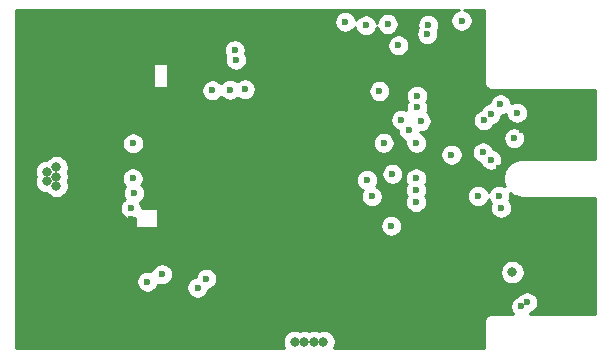
<source format=gbr>
G04 #@! TF.GenerationSoftware,KiCad,Pcbnew,(5.1.5-0-10_14)*
G04 #@! TF.CreationDate,2020-03-09T21:53:23-07:00*
G04 #@! TF.ProjectId,R1,52312e6b-6963-4616-945f-706362585858,rev?*
G04 #@! TF.SameCoordinates,Original*
G04 #@! TF.FileFunction,Copper,L2,Inr*
G04 #@! TF.FilePolarity,Positive*
%FSLAX46Y46*%
G04 Gerber Fmt 4.6, Leading zero omitted, Abs format (unit mm)*
G04 Created by KiCad (PCBNEW (5.1.5-0-10_14)) date 2020-03-09 21:53:23*
%MOMM*%
%LPD*%
G04 APERTURE LIST*
%ADD10C,0.500000*%
%ADD11C,4.500000*%
%ADD12C,0.600000*%
%ADD13C,0.800000*%
%ADD14C,0.254000*%
G04 APERTURE END LIST*
D10*
X158450000Y-111950000D03*
X157050000Y-111950000D03*
X158450000Y-110750000D03*
X157050000Y-110750000D03*
X158450000Y-109550000D03*
X157050000Y-109550000D03*
D11*
X127600000Y-88700000D03*
X127600000Y-112900000D03*
D12*
X161700000Y-95500000D03*
X161700000Y-97000000D03*
X132800000Y-106400000D03*
X132500000Y-105300000D03*
X136300000Y-89400000D03*
X134900000Y-89400000D03*
X133500000Y-89400000D03*
X132400000Y-90200000D03*
X131400000Y-91200000D03*
X130400000Y-92200000D03*
X129400000Y-93200000D03*
X134800000Y-91800000D03*
X133700000Y-92500000D03*
X132700000Y-93500000D03*
X131700000Y-94500000D03*
X137500000Y-90100000D03*
X136500000Y-106000000D03*
X135300000Y-107400000D03*
X133300000Y-108700000D03*
X132100000Y-108700000D03*
X130900000Y-108500000D03*
X130400000Y-107300000D03*
X131800000Y-104500000D03*
X130400000Y-104500000D03*
X129000000Y-104500000D03*
X134000000Y-105100000D03*
X129200000Y-108000000D03*
X127600000Y-106300000D03*
X127600000Y-94800000D03*
X134500000Y-108250000D03*
X135100000Y-104200000D03*
D13*
X149800000Y-107400000D03*
D12*
X150400000Y-92600000D03*
X151000000Y-89800000D03*
X154600000Y-89800000D03*
X154000000Y-92900000D03*
X157600000Y-92800000D03*
X164200000Y-90400000D03*
X164200000Y-91200000D03*
X166300000Y-99900000D03*
X168258410Y-96658410D03*
X167200000Y-104200000D03*
X156600000Y-102000000D03*
X158400000Y-103600000D03*
X149800000Y-105400000D03*
X149800000Y-104600000D03*
X149700000Y-100600000D03*
X149700000Y-99800000D03*
X135200000Y-95600000D03*
X135200000Y-96200000D03*
X140800000Y-94400000D03*
X142500000Y-98300000D03*
X140900000Y-99800000D03*
X144175000Y-99800000D03*
X142500000Y-101300000D03*
X137650000Y-101250000D03*
X145157207Y-88038400D03*
X129200000Y-96300000D03*
X131200000Y-95700000D03*
X160500000Y-91800000D03*
D13*
X128000000Y-101000000D03*
X128000000Y-100200000D03*
X128800000Y-99800000D03*
X128800000Y-100600000D03*
X128800000Y-101400000D03*
X149000000Y-114600000D03*
X149800000Y-114600000D03*
X151400000Y-114600000D03*
X150600000Y-114600000D03*
D12*
X135250000Y-100750000D03*
X157750000Y-89500000D03*
X166450000Y-103250000D03*
X157250000Y-100375000D03*
X153250000Y-87500000D03*
X155000000Y-87800000D03*
X156839471Y-87679752D03*
X160193996Y-88547968D03*
X136500000Y-109500000D03*
X159250000Y-100750000D03*
X159274968Y-97750000D03*
X160275336Y-87752102D03*
X162250000Y-98750010D03*
X137750000Y-108874990D03*
X157146641Y-104774968D03*
X155500000Y-102275017D03*
X155100000Y-100900000D03*
X144750011Y-93200004D03*
X135296647Y-97796647D03*
X142000000Y-93300000D03*
X143900008Y-89900000D03*
X143500000Y-93250000D03*
X143999989Y-90719460D03*
X159324990Y-93750000D03*
X159324990Y-94750000D03*
X159632059Y-95895108D03*
X141500000Y-109250000D03*
X159249990Y-101750000D03*
X158625010Y-96696960D03*
X140750000Y-110000000D03*
X159250000Y-102750000D03*
X158000000Y-95800000D03*
X167558051Y-97358051D03*
X167800000Y-95200000D03*
X164900000Y-98556250D03*
X164974990Y-95842999D03*
X165600000Y-99181250D03*
X165574990Y-95300000D03*
X166395793Y-94495308D03*
X168159620Y-111600000D03*
X168650000Y-111250000D03*
X135085568Y-103298316D03*
X166289442Y-102210558D03*
X164500000Y-102250000D03*
X156500000Y-97750000D03*
X156150000Y-93360000D03*
X163100000Y-87400006D03*
D13*
X167400000Y-108700000D03*
D12*
X135366942Y-102000000D03*
D14*
G36*
X162827271Y-86500938D02*
G01*
X162657111Y-86571420D01*
X162503972Y-86673744D01*
X162373738Y-86803978D01*
X162271414Y-86957117D01*
X162200932Y-87127277D01*
X162165000Y-87307917D01*
X162165000Y-87492095D01*
X162200932Y-87672735D01*
X162271414Y-87842895D01*
X162373738Y-87996034D01*
X162503972Y-88126268D01*
X162657111Y-88228592D01*
X162827271Y-88299074D01*
X163007911Y-88335006D01*
X163192089Y-88335006D01*
X163372729Y-88299074D01*
X163542889Y-88228592D01*
X163696028Y-88126268D01*
X163826262Y-87996034D01*
X163928586Y-87842895D01*
X163999068Y-87672735D01*
X164035000Y-87492095D01*
X164035000Y-87307917D01*
X163999068Y-87127277D01*
X163928586Y-86957117D01*
X163826262Y-86803978D01*
X163696028Y-86673744D01*
X163542889Y-86571420D01*
X163372729Y-86500938D01*
X163292604Y-86485000D01*
X165015001Y-86485000D01*
X165015000Y-92566353D01*
X165011686Y-92600000D01*
X165024912Y-92734283D01*
X165064081Y-92863406D01*
X165127688Y-92982407D01*
X165213289Y-93086711D01*
X165250602Y-93117333D01*
X165317593Y-93172312D01*
X165436594Y-93235919D01*
X165565717Y-93275088D01*
X165700000Y-93288314D01*
X165733647Y-93285000D01*
X174373000Y-93285000D01*
X174373000Y-99115000D01*
X168216353Y-99115000D01*
X168182219Y-99118362D01*
X168169892Y-99118362D01*
X168160380Y-99119362D01*
X167976128Y-99140029D01*
X167915396Y-99152938D01*
X167854500Y-99164996D01*
X167845364Y-99167823D01*
X167668634Y-99223885D01*
X167611592Y-99248333D01*
X167554167Y-99272002D01*
X167545753Y-99276551D01*
X167383279Y-99365872D01*
X167332031Y-99400963D01*
X167280339Y-99435307D01*
X167272970Y-99441403D01*
X167130940Y-99560581D01*
X167087502Y-99604938D01*
X167043449Y-99648685D01*
X167037404Y-99656097D01*
X166921228Y-99800591D01*
X166887259Y-99852501D01*
X166852515Y-99904012D01*
X166848025Y-99912456D01*
X166762126Y-100076765D01*
X166738872Y-100134320D01*
X166714809Y-100191565D01*
X166712045Y-100200721D01*
X166659697Y-100378585D01*
X166648059Y-100439592D01*
X166635580Y-100500386D01*
X166634646Y-100509904D01*
X166617842Y-100694548D01*
X166618276Y-100756638D01*
X166617843Y-100818718D01*
X166618776Y-100828236D01*
X166638157Y-101012629D01*
X166650646Y-101073469D01*
X166662274Y-101134426D01*
X166665038Y-101143582D01*
X166665039Y-101143587D01*
X166665041Y-101143592D01*
X166719864Y-101320699D01*
X166743938Y-101377968D01*
X166750445Y-101394076D01*
X166732331Y-101381972D01*
X166562171Y-101311490D01*
X166381531Y-101275558D01*
X166197353Y-101275558D01*
X166016713Y-101311490D01*
X165846553Y-101381972D01*
X165693414Y-101484296D01*
X165563180Y-101614530D01*
X165460856Y-101767669D01*
X165390374Y-101937829D01*
X165387894Y-101950295D01*
X165328586Y-101807111D01*
X165226262Y-101653972D01*
X165096028Y-101523738D01*
X164942889Y-101421414D01*
X164772729Y-101350932D01*
X164592089Y-101315000D01*
X164407911Y-101315000D01*
X164227271Y-101350932D01*
X164057111Y-101421414D01*
X163903972Y-101523738D01*
X163773738Y-101653972D01*
X163671414Y-101807111D01*
X163600932Y-101977271D01*
X163565000Y-102157911D01*
X163565000Y-102342089D01*
X163600932Y-102522729D01*
X163671414Y-102692889D01*
X163773738Y-102846028D01*
X163903972Y-102976262D01*
X164057111Y-103078586D01*
X164227271Y-103149068D01*
X164407911Y-103185000D01*
X164592089Y-103185000D01*
X164772729Y-103149068D01*
X164942889Y-103078586D01*
X165096028Y-102976262D01*
X165226262Y-102846028D01*
X165328586Y-102692889D01*
X165399068Y-102522729D01*
X165401548Y-102510263D01*
X165460856Y-102653447D01*
X165563180Y-102806586D01*
X165604512Y-102847918D01*
X165550932Y-102977271D01*
X165515000Y-103157911D01*
X165515000Y-103342089D01*
X165550932Y-103522729D01*
X165621414Y-103692889D01*
X165723738Y-103846028D01*
X165853972Y-103976262D01*
X166007111Y-104078586D01*
X166177271Y-104149068D01*
X166357911Y-104185000D01*
X166542089Y-104185000D01*
X166722729Y-104149068D01*
X166892889Y-104078586D01*
X167046028Y-103976262D01*
X167176262Y-103846028D01*
X167278586Y-103692889D01*
X167349068Y-103522729D01*
X167385000Y-103342089D01*
X167385000Y-103157911D01*
X167349068Y-102977271D01*
X167278586Y-102807111D01*
X167176262Y-102653972D01*
X167134930Y-102612640D01*
X167188510Y-102483287D01*
X167224442Y-102302647D01*
X167224442Y-102118469D01*
X167200481Y-101998010D01*
X167291337Y-102072111D01*
X167343060Y-102106476D01*
X167394275Y-102141544D01*
X167402681Y-102146089D01*
X167402689Y-102146094D01*
X167402697Y-102146097D01*
X167566394Y-102233138D01*
X167623821Y-102256808D01*
X167680862Y-102281255D01*
X167689990Y-102284081D01*
X167689996Y-102284083D01*
X167690002Y-102284084D01*
X167867492Y-102337671D01*
X167928381Y-102349727D01*
X167989120Y-102362638D01*
X167998631Y-102363638D01*
X168183154Y-102381731D01*
X168183163Y-102381731D01*
X168216353Y-102385000D01*
X174373000Y-102385000D01*
X174373000Y-112215000D01*
X168866910Y-112215000D01*
X168885882Y-112196028D01*
X168916421Y-112150323D01*
X168922729Y-112149068D01*
X169092889Y-112078586D01*
X169246028Y-111976262D01*
X169376262Y-111846028D01*
X169478586Y-111692889D01*
X169549068Y-111522729D01*
X169585000Y-111342089D01*
X169585000Y-111157911D01*
X169549068Y-110977271D01*
X169478586Y-110807111D01*
X169376262Y-110653972D01*
X169246028Y-110523738D01*
X169092889Y-110421414D01*
X168922729Y-110350932D01*
X168742089Y-110315000D01*
X168557911Y-110315000D01*
X168377271Y-110350932D01*
X168207111Y-110421414D01*
X168053972Y-110523738D01*
X167923738Y-110653972D01*
X167893199Y-110699677D01*
X167886891Y-110700932D01*
X167716731Y-110771414D01*
X167563592Y-110873738D01*
X167433358Y-111003972D01*
X167331034Y-111157111D01*
X167260552Y-111327271D01*
X167224620Y-111507911D01*
X167224620Y-111692089D01*
X167260552Y-111872729D01*
X167331034Y-112042889D01*
X167433358Y-112196028D01*
X167452330Y-112215000D01*
X165733647Y-112215000D01*
X165700000Y-112211686D01*
X165666353Y-112215000D01*
X165565717Y-112224912D01*
X165436594Y-112264081D01*
X165317593Y-112327688D01*
X165213289Y-112413289D01*
X165127688Y-112517593D01*
X165064081Y-112636594D01*
X165024912Y-112765717D01*
X165011686Y-112900000D01*
X165015000Y-112933647D01*
X165015001Y-115115000D01*
X152300672Y-115115000D01*
X152317205Y-115090256D01*
X152395226Y-114901898D01*
X152435000Y-114701939D01*
X152435000Y-114498061D01*
X152395226Y-114298102D01*
X152317205Y-114109744D01*
X152203937Y-113940226D01*
X152059774Y-113796063D01*
X151890256Y-113682795D01*
X151701898Y-113604774D01*
X151501939Y-113565000D01*
X151298061Y-113565000D01*
X151098102Y-113604774D01*
X151000000Y-113645409D01*
X150901898Y-113604774D01*
X150701939Y-113565000D01*
X150498061Y-113565000D01*
X150298102Y-113604774D01*
X150200000Y-113645409D01*
X150101898Y-113604774D01*
X149901939Y-113565000D01*
X149698061Y-113565000D01*
X149498102Y-113604774D01*
X149400000Y-113645409D01*
X149301898Y-113604774D01*
X149101939Y-113565000D01*
X148898061Y-113565000D01*
X148698102Y-113604774D01*
X148509744Y-113682795D01*
X148340226Y-113796063D01*
X148196063Y-113940226D01*
X148082795Y-114109744D01*
X148004774Y-114298102D01*
X147965000Y-114498061D01*
X147965000Y-114701939D01*
X148004774Y-114901898D01*
X148082795Y-115090256D01*
X148099328Y-115115000D01*
X125385000Y-115115000D01*
X125385000Y-109407911D01*
X135565000Y-109407911D01*
X135565000Y-109592089D01*
X135600932Y-109772729D01*
X135671414Y-109942889D01*
X135773738Y-110096028D01*
X135903972Y-110226262D01*
X136057111Y-110328586D01*
X136227271Y-110399068D01*
X136407911Y-110435000D01*
X136592089Y-110435000D01*
X136772729Y-110399068D01*
X136942889Y-110328586D01*
X137096028Y-110226262D01*
X137226262Y-110096028D01*
X137328586Y-109942889D01*
X137343074Y-109907911D01*
X139815000Y-109907911D01*
X139815000Y-110092089D01*
X139850932Y-110272729D01*
X139921414Y-110442889D01*
X140023738Y-110596028D01*
X140153972Y-110726262D01*
X140307111Y-110828586D01*
X140477271Y-110899068D01*
X140657911Y-110935000D01*
X140842089Y-110935000D01*
X141022729Y-110899068D01*
X141192889Y-110828586D01*
X141346028Y-110726262D01*
X141476262Y-110596028D01*
X141578586Y-110442889D01*
X141649068Y-110272729D01*
X141669585Y-110169585D01*
X141772729Y-110149068D01*
X141942889Y-110078586D01*
X142096028Y-109976262D01*
X142226262Y-109846028D01*
X142328586Y-109692889D01*
X142399068Y-109522729D01*
X142435000Y-109342089D01*
X142435000Y-109157911D01*
X142399068Y-108977271D01*
X142328586Y-108807111D01*
X142226262Y-108653972D01*
X142170351Y-108598061D01*
X166365000Y-108598061D01*
X166365000Y-108801939D01*
X166404774Y-109001898D01*
X166482795Y-109190256D01*
X166596063Y-109359774D01*
X166740226Y-109503937D01*
X166909744Y-109617205D01*
X167098102Y-109695226D01*
X167298061Y-109735000D01*
X167501939Y-109735000D01*
X167701898Y-109695226D01*
X167890256Y-109617205D01*
X168059774Y-109503937D01*
X168203937Y-109359774D01*
X168317205Y-109190256D01*
X168395226Y-109001898D01*
X168435000Y-108801939D01*
X168435000Y-108598061D01*
X168395226Y-108398102D01*
X168317205Y-108209744D01*
X168203937Y-108040226D01*
X168059774Y-107896063D01*
X167890256Y-107782795D01*
X167701898Y-107704774D01*
X167501939Y-107665000D01*
X167298061Y-107665000D01*
X167098102Y-107704774D01*
X166909744Y-107782795D01*
X166740226Y-107896063D01*
X166596063Y-108040226D01*
X166482795Y-108209744D01*
X166404774Y-108398102D01*
X166365000Y-108598061D01*
X142170351Y-108598061D01*
X142096028Y-108523738D01*
X141942889Y-108421414D01*
X141772729Y-108350932D01*
X141592089Y-108315000D01*
X141407911Y-108315000D01*
X141227271Y-108350932D01*
X141057111Y-108421414D01*
X140903972Y-108523738D01*
X140773738Y-108653972D01*
X140671414Y-108807111D01*
X140600932Y-108977271D01*
X140580415Y-109080415D01*
X140477271Y-109100932D01*
X140307111Y-109171414D01*
X140153972Y-109273738D01*
X140023738Y-109403972D01*
X139921414Y-109557111D01*
X139850932Y-109727271D01*
X139815000Y-109907911D01*
X137343074Y-109907911D01*
X137399068Y-109772729D01*
X137404777Y-109744030D01*
X137477271Y-109774058D01*
X137657911Y-109809990D01*
X137842089Y-109809990D01*
X138022729Y-109774058D01*
X138192889Y-109703576D01*
X138346028Y-109601252D01*
X138476262Y-109471018D01*
X138578586Y-109317879D01*
X138649068Y-109147719D01*
X138685000Y-108967079D01*
X138685000Y-108782901D01*
X138649068Y-108602261D01*
X138578586Y-108432101D01*
X138476262Y-108278962D01*
X138346028Y-108148728D01*
X138192889Y-108046404D01*
X138022729Y-107975922D01*
X137842089Y-107939990D01*
X137657911Y-107939990D01*
X137477271Y-107975922D01*
X137307111Y-108046404D01*
X137153972Y-108148728D01*
X137023738Y-108278962D01*
X136921414Y-108432101D01*
X136850932Y-108602261D01*
X136845223Y-108630960D01*
X136772729Y-108600932D01*
X136592089Y-108565000D01*
X136407911Y-108565000D01*
X136227271Y-108600932D01*
X136057111Y-108671414D01*
X135903972Y-108773738D01*
X135773738Y-108903972D01*
X135671414Y-109057111D01*
X135600932Y-109227271D01*
X135565000Y-109407911D01*
X125385000Y-109407911D01*
X125385000Y-103206227D01*
X134150568Y-103206227D01*
X134150568Y-103390405D01*
X134186500Y-103571045D01*
X134256982Y-103741205D01*
X134359306Y-103894344D01*
X134489540Y-104024578D01*
X134642679Y-104126902D01*
X134812839Y-104197384D01*
X134993479Y-104233316D01*
X135177657Y-104233316D01*
X135358297Y-104197384D01*
X135473000Y-104149873D01*
X135473000Y-104800000D01*
X135475440Y-104824776D01*
X135482667Y-104848601D01*
X135494403Y-104870557D01*
X135510197Y-104889803D01*
X135529443Y-104905597D01*
X135551399Y-104917333D01*
X135575224Y-104924560D01*
X135600000Y-104927000D01*
X137300000Y-104927000D01*
X137324776Y-104924560D01*
X137348601Y-104917333D01*
X137370557Y-104905597D01*
X137389803Y-104889803D01*
X137405597Y-104870557D01*
X137417333Y-104848601D01*
X137424560Y-104824776D01*
X137427000Y-104800000D01*
X137427000Y-104682879D01*
X156211641Y-104682879D01*
X156211641Y-104867057D01*
X156247573Y-105047697D01*
X156318055Y-105217857D01*
X156420379Y-105370996D01*
X156550613Y-105501230D01*
X156703752Y-105603554D01*
X156873912Y-105674036D01*
X157054552Y-105709968D01*
X157238730Y-105709968D01*
X157419370Y-105674036D01*
X157589530Y-105603554D01*
X157742669Y-105501230D01*
X157872903Y-105370996D01*
X157975227Y-105217857D01*
X158045709Y-105047697D01*
X158081641Y-104867057D01*
X158081641Y-104682879D01*
X158045709Y-104502239D01*
X157975227Y-104332079D01*
X157872903Y-104178940D01*
X157742669Y-104048706D01*
X157589530Y-103946382D01*
X157419370Y-103875900D01*
X157238730Y-103839968D01*
X157054552Y-103839968D01*
X156873912Y-103875900D01*
X156703752Y-103946382D01*
X156550613Y-104048706D01*
X156420379Y-104178940D01*
X156318055Y-104332079D01*
X156247573Y-104502239D01*
X156211641Y-104682879D01*
X137427000Y-104682879D01*
X137427000Y-103400000D01*
X137424560Y-103375224D01*
X137417333Y-103351399D01*
X137405597Y-103329443D01*
X137389803Y-103310197D01*
X137370557Y-103294403D01*
X137348601Y-103282667D01*
X137324776Y-103275440D01*
X137300000Y-103273000D01*
X136020568Y-103273000D01*
X136020568Y-103206227D01*
X135984636Y-103025587D01*
X135914154Y-102855427D01*
X135869555Y-102788680D01*
X135962970Y-102726262D01*
X136093204Y-102596028D01*
X136195528Y-102442889D01*
X136266010Y-102272729D01*
X136301942Y-102092089D01*
X136301942Y-101907911D01*
X136266010Y-101727271D01*
X136195528Y-101557111D01*
X136093204Y-101403972D01*
X135999893Y-101310661D01*
X136078586Y-101192889D01*
X136149068Y-101022729D01*
X136185000Y-100842089D01*
X136185000Y-100807911D01*
X154165000Y-100807911D01*
X154165000Y-100992089D01*
X154200932Y-101172729D01*
X154271414Y-101342889D01*
X154373738Y-101496028D01*
X154503972Y-101626262D01*
X154657111Y-101728586D01*
X154722501Y-101755671D01*
X154671414Y-101832128D01*
X154600932Y-102002288D01*
X154565000Y-102182928D01*
X154565000Y-102367106D01*
X154600932Y-102547746D01*
X154671414Y-102717906D01*
X154773738Y-102871045D01*
X154903972Y-103001279D01*
X155057111Y-103103603D01*
X155227271Y-103174085D01*
X155407911Y-103210017D01*
X155592089Y-103210017D01*
X155772729Y-103174085D01*
X155942889Y-103103603D01*
X156096028Y-103001279D01*
X156226262Y-102871045D01*
X156328586Y-102717906D01*
X156399068Y-102547746D01*
X156435000Y-102367106D01*
X156435000Y-102182928D01*
X156399068Y-102002288D01*
X156328586Y-101832128D01*
X156226262Y-101678989D01*
X156205184Y-101657911D01*
X158314990Y-101657911D01*
X158314990Y-101842089D01*
X158350922Y-102022729D01*
X158421404Y-102192889D01*
X158459569Y-102250007D01*
X158421414Y-102307111D01*
X158350932Y-102477271D01*
X158315000Y-102657911D01*
X158315000Y-102842089D01*
X158350932Y-103022729D01*
X158421414Y-103192889D01*
X158523738Y-103346028D01*
X158653972Y-103476262D01*
X158807111Y-103578586D01*
X158977271Y-103649068D01*
X159157911Y-103685000D01*
X159342089Y-103685000D01*
X159522729Y-103649068D01*
X159692889Y-103578586D01*
X159846028Y-103476262D01*
X159976262Y-103346028D01*
X160078586Y-103192889D01*
X160149068Y-103022729D01*
X160185000Y-102842089D01*
X160185000Y-102657911D01*
X160149068Y-102477271D01*
X160078586Y-102307111D01*
X160040421Y-102249993D01*
X160078576Y-102192889D01*
X160149058Y-102022729D01*
X160184990Y-101842089D01*
X160184990Y-101657911D01*
X160149058Y-101477271D01*
X160078576Y-101307111D01*
X160040421Y-101250007D01*
X160078586Y-101192889D01*
X160149068Y-101022729D01*
X160185000Y-100842089D01*
X160185000Y-100657911D01*
X160149068Y-100477271D01*
X160078586Y-100307111D01*
X159976262Y-100153972D01*
X159846028Y-100023738D01*
X159692889Y-99921414D01*
X159522729Y-99850932D01*
X159342089Y-99815000D01*
X159157911Y-99815000D01*
X158977271Y-99850932D01*
X158807111Y-99921414D01*
X158653972Y-100023738D01*
X158523738Y-100153972D01*
X158421414Y-100307111D01*
X158350932Y-100477271D01*
X158315000Y-100657911D01*
X158315000Y-100842089D01*
X158350932Y-101022729D01*
X158421414Y-101192889D01*
X158459569Y-101249993D01*
X158421404Y-101307111D01*
X158350922Y-101477271D01*
X158314990Y-101657911D01*
X156205184Y-101657911D01*
X156096028Y-101548755D01*
X155942889Y-101446431D01*
X155877499Y-101419346D01*
X155928586Y-101342889D01*
X155999068Y-101172729D01*
X156035000Y-100992089D01*
X156035000Y-100807911D01*
X155999068Y-100627271D01*
X155928586Y-100457111D01*
X155826262Y-100303972D01*
X155805201Y-100282911D01*
X156315000Y-100282911D01*
X156315000Y-100467089D01*
X156350932Y-100647729D01*
X156421414Y-100817889D01*
X156523738Y-100971028D01*
X156653972Y-101101262D01*
X156807111Y-101203586D01*
X156977271Y-101274068D01*
X157157911Y-101310000D01*
X157342089Y-101310000D01*
X157522729Y-101274068D01*
X157692889Y-101203586D01*
X157846028Y-101101262D01*
X157976262Y-100971028D01*
X158078586Y-100817889D01*
X158149068Y-100647729D01*
X158185000Y-100467089D01*
X158185000Y-100282911D01*
X158149068Y-100102271D01*
X158078586Y-99932111D01*
X157976262Y-99778972D01*
X157846028Y-99648738D01*
X157692889Y-99546414D01*
X157522729Y-99475932D01*
X157342089Y-99440000D01*
X157157911Y-99440000D01*
X156977271Y-99475932D01*
X156807111Y-99546414D01*
X156653972Y-99648738D01*
X156523738Y-99778972D01*
X156421414Y-99932111D01*
X156350932Y-100102271D01*
X156315000Y-100282911D01*
X155805201Y-100282911D01*
X155696028Y-100173738D01*
X155542889Y-100071414D01*
X155372729Y-100000932D01*
X155192089Y-99965000D01*
X155007911Y-99965000D01*
X154827271Y-100000932D01*
X154657111Y-100071414D01*
X154503972Y-100173738D01*
X154373738Y-100303972D01*
X154271414Y-100457111D01*
X154200932Y-100627271D01*
X154165000Y-100807911D01*
X136185000Y-100807911D01*
X136185000Y-100657911D01*
X136149068Y-100477271D01*
X136078586Y-100307111D01*
X135976262Y-100153972D01*
X135846028Y-100023738D01*
X135692889Y-99921414D01*
X135522729Y-99850932D01*
X135342089Y-99815000D01*
X135157911Y-99815000D01*
X134977271Y-99850932D01*
X134807111Y-99921414D01*
X134653972Y-100023738D01*
X134523738Y-100153972D01*
X134421414Y-100307111D01*
X134350932Y-100477271D01*
X134315000Y-100657911D01*
X134315000Y-100842089D01*
X134350932Y-101022729D01*
X134421414Y-101192889D01*
X134523738Y-101346028D01*
X134617049Y-101439339D01*
X134538356Y-101557111D01*
X134467874Y-101727271D01*
X134431942Y-101907911D01*
X134431942Y-102092089D01*
X134467874Y-102272729D01*
X134538356Y-102442889D01*
X134582955Y-102509636D01*
X134489540Y-102572054D01*
X134359306Y-102702288D01*
X134256982Y-102855427D01*
X134186500Y-103025587D01*
X134150568Y-103206227D01*
X125385000Y-103206227D01*
X125385000Y-100098061D01*
X126965000Y-100098061D01*
X126965000Y-100301939D01*
X127004774Y-100501898D01*
X127045409Y-100600000D01*
X127004774Y-100698102D01*
X126965000Y-100898061D01*
X126965000Y-101101939D01*
X127004774Y-101301898D01*
X127082795Y-101490256D01*
X127196063Y-101659774D01*
X127340226Y-101803937D01*
X127509744Y-101917205D01*
X127698102Y-101995226D01*
X127898061Y-102035000D01*
X127979510Y-102035000D01*
X127996063Y-102059774D01*
X128140226Y-102203937D01*
X128309744Y-102317205D01*
X128498102Y-102395226D01*
X128698061Y-102435000D01*
X128901939Y-102435000D01*
X129101898Y-102395226D01*
X129290256Y-102317205D01*
X129459774Y-102203937D01*
X129603937Y-102059774D01*
X129717205Y-101890256D01*
X129795226Y-101701898D01*
X129835000Y-101501939D01*
X129835000Y-101298061D01*
X129795226Y-101098102D01*
X129754591Y-101000000D01*
X129795226Y-100901898D01*
X129835000Y-100701939D01*
X129835000Y-100498061D01*
X129795226Y-100298102D01*
X129754591Y-100200000D01*
X129795226Y-100101898D01*
X129835000Y-99901939D01*
X129835000Y-99698061D01*
X129795226Y-99498102D01*
X129717205Y-99309744D01*
X129603937Y-99140226D01*
X129459774Y-98996063D01*
X129290256Y-98882795D01*
X129101898Y-98804774D01*
X128901939Y-98765000D01*
X128698061Y-98765000D01*
X128498102Y-98804774D01*
X128309744Y-98882795D01*
X128140226Y-98996063D01*
X127996063Y-99140226D01*
X127979510Y-99165000D01*
X127898061Y-99165000D01*
X127698102Y-99204774D01*
X127509744Y-99282795D01*
X127340226Y-99396063D01*
X127196063Y-99540226D01*
X127082795Y-99709744D01*
X127004774Y-99898102D01*
X126965000Y-100098061D01*
X125385000Y-100098061D01*
X125385000Y-97704558D01*
X134361647Y-97704558D01*
X134361647Y-97888736D01*
X134397579Y-98069376D01*
X134468061Y-98239536D01*
X134570385Y-98392675D01*
X134700619Y-98522909D01*
X134853758Y-98625233D01*
X135023918Y-98695715D01*
X135204558Y-98731647D01*
X135388736Y-98731647D01*
X135569376Y-98695715D01*
X135739536Y-98625233D01*
X135892675Y-98522909D01*
X136022909Y-98392675D01*
X136125233Y-98239536D01*
X136195715Y-98069376D01*
X136231647Y-97888736D01*
X136231647Y-97704558D01*
X136222369Y-97657911D01*
X155565000Y-97657911D01*
X155565000Y-97842089D01*
X155600932Y-98022729D01*
X155671414Y-98192889D01*
X155773738Y-98346028D01*
X155903972Y-98476262D01*
X156057111Y-98578586D01*
X156227271Y-98649068D01*
X156407911Y-98685000D01*
X156592089Y-98685000D01*
X156772729Y-98649068D01*
X156942889Y-98578586D01*
X157096028Y-98476262D01*
X157226262Y-98346028D01*
X157328586Y-98192889D01*
X157399068Y-98022729D01*
X157435000Y-97842089D01*
X157435000Y-97657911D01*
X157399068Y-97477271D01*
X157328586Y-97307111D01*
X157226262Y-97153972D01*
X157096028Y-97023738D01*
X156942889Y-96921414D01*
X156772729Y-96850932D01*
X156592089Y-96815000D01*
X156407911Y-96815000D01*
X156227271Y-96850932D01*
X156057111Y-96921414D01*
X155903972Y-97023738D01*
X155773738Y-97153972D01*
X155671414Y-97307111D01*
X155600932Y-97477271D01*
X155565000Y-97657911D01*
X136222369Y-97657911D01*
X136195715Y-97523918D01*
X136125233Y-97353758D01*
X136022909Y-97200619D01*
X135892675Y-97070385D01*
X135739536Y-96968061D01*
X135569376Y-96897579D01*
X135388736Y-96861647D01*
X135204558Y-96861647D01*
X135023918Y-96897579D01*
X134853758Y-96968061D01*
X134700619Y-97070385D01*
X134570385Y-97200619D01*
X134468061Y-97353758D01*
X134397579Y-97523918D01*
X134361647Y-97704558D01*
X125385000Y-97704558D01*
X125385000Y-95707911D01*
X157065000Y-95707911D01*
X157065000Y-95892089D01*
X157100932Y-96072729D01*
X157171414Y-96242889D01*
X157273738Y-96396028D01*
X157403972Y-96526262D01*
X157557111Y-96628586D01*
X157690010Y-96683634D01*
X157690010Y-96789049D01*
X157725942Y-96969689D01*
X157796424Y-97139849D01*
X157898748Y-97292988D01*
X158028982Y-97423222D01*
X158182121Y-97525546D01*
X158352278Y-97596027D01*
X158339968Y-97657911D01*
X158339968Y-97842089D01*
X158375900Y-98022729D01*
X158446382Y-98192889D01*
X158548706Y-98346028D01*
X158678940Y-98476262D01*
X158832079Y-98578586D01*
X159002239Y-98649068D01*
X159182879Y-98685000D01*
X159367057Y-98685000D01*
X159503190Y-98657921D01*
X161315000Y-98657921D01*
X161315000Y-98842099D01*
X161350932Y-99022739D01*
X161421414Y-99192899D01*
X161523738Y-99346038D01*
X161653972Y-99476272D01*
X161807111Y-99578596D01*
X161977271Y-99649078D01*
X162157911Y-99685010D01*
X162342089Y-99685010D01*
X162522729Y-99649078D01*
X162692889Y-99578596D01*
X162846028Y-99476272D01*
X162976262Y-99346038D01*
X163078586Y-99192899D01*
X163149068Y-99022739D01*
X163185000Y-98842099D01*
X163185000Y-98657921D01*
X163149068Y-98477281D01*
X163143634Y-98464161D01*
X163965000Y-98464161D01*
X163965000Y-98648339D01*
X164000932Y-98828979D01*
X164071414Y-98999139D01*
X164173738Y-99152278D01*
X164303972Y-99282512D01*
X164457111Y-99384836D01*
X164627271Y-99455318D01*
X164708150Y-99471406D01*
X164771414Y-99624139D01*
X164873738Y-99777278D01*
X165003972Y-99907512D01*
X165157111Y-100009836D01*
X165327271Y-100080318D01*
X165507911Y-100116250D01*
X165692089Y-100116250D01*
X165872729Y-100080318D01*
X166042889Y-100009836D01*
X166196028Y-99907512D01*
X166326262Y-99777278D01*
X166428586Y-99624139D01*
X166499068Y-99453979D01*
X166535000Y-99273339D01*
X166535000Y-99089161D01*
X166499068Y-98908521D01*
X166428586Y-98738361D01*
X166326262Y-98585222D01*
X166196028Y-98454988D01*
X166042889Y-98352664D01*
X165872729Y-98282182D01*
X165791850Y-98266094D01*
X165728586Y-98113361D01*
X165626262Y-97960222D01*
X165496028Y-97829988D01*
X165342889Y-97727664D01*
X165172729Y-97657182D01*
X164992089Y-97621250D01*
X164807911Y-97621250D01*
X164627271Y-97657182D01*
X164457111Y-97727664D01*
X164303972Y-97829988D01*
X164173738Y-97960222D01*
X164071414Y-98113361D01*
X164000932Y-98283521D01*
X163965000Y-98464161D01*
X163143634Y-98464161D01*
X163078586Y-98307121D01*
X162976262Y-98153982D01*
X162846028Y-98023748D01*
X162692889Y-97921424D01*
X162522729Y-97850942D01*
X162342089Y-97815010D01*
X162157911Y-97815010D01*
X161977271Y-97850942D01*
X161807111Y-97921424D01*
X161653972Y-98023748D01*
X161523738Y-98153982D01*
X161421414Y-98307121D01*
X161350932Y-98477281D01*
X161315000Y-98657921D01*
X159503190Y-98657921D01*
X159547697Y-98649068D01*
X159717857Y-98578586D01*
X159870996Y-98476262D01*
X160001230Y-98346028D01*
X160103554Y-98192889D01*
X160174036Y-98022729D01*
X160209968Y-97842089D01*
X160209968Y-97657911D01*
X160174036Y-97477271D01*
X160103554Y-97307111D01*
X160076060Y-97265962D01*
X166623051Y-97265962D01*
X166623051Y-97450140D01*
X166658983Y-97630780D01*
X166729465Y-97800940D01*
X166831789Y-97954079D01*
X166962023Y-98084313D01*
X167115162Y-98186637D01*
X167285322Y-98257119D01*
X167465962Y-98293051D01*
X167650140Y-98293051D01*
X167830780Y-98257119D01*
X168000940Y-98186637D01*
X168154079Y-98084313D01*
X168284313Y-97954079D01*
X168386637Y-97800940D01*
X168457119Y-97630780D01*
X168493051Y-97450140D01*
X168493051Y-97265962D01*
X168457119Y-97085322D01*
X168386637Y-96915162D01*
X168284313Y-96762023D01*
X168154079Y-96631789D01*
X168000940Y-96529465D01*
X167830780Y-96458983D01*
X167650140Y-96423051D01*
X167465962Y-96423051D01*
X167285322Y-96458983D01*
X167115162Y-96529465D01*
X166962023Y-96631789D01*
X166831789Y-96762023D01*
X166729465Y-96915162D01*
X166658983Y-97085322D01*
X166623051Y-97265962D01*
X160076060Y-97265962D01*
X160001230Y-97153972D01*
X159870996Y-97023738D01*
X159717857Y-96921414D01*
X159547700Y-96850933D01*
X159551843Y-96830108D01*
X159724148Y-96830108D01*
X159904788Y-96794176D01*
X160074948Y-96723694D01*
X160228087Y-96621370D01*
X160358321Y-96491136D01*
X160460645Y-96337997D01*
X160531127Y-96167837D01*
X160567059Y-95987197D01*
X160567059Y-95803019D01*
X160556694Y-95750910D01*
X164039990Y-95750910D01*
X164039990Y-95935088D01*
X164075922Y-96115728D01*
X164146404Y-96285888D01*
X164248728Y-96439027D01*
X164378962Y-96569261D01*
X164532101Y-96671585D01*
X164702261Y-96742067D01*
X164882901Y-96777999D01*
X165067079Y-96777999D01*
X165247719Y-96742067D01*
X165417879Y-96671585D01*
X165571018Y-96569261D01*
X165701252Y-96439027D01*
X165803576Y-96285888D01*
X165838803Y-96200842D01*
X165847719Y-96199068D01*
X166017879Y-96128586D01*
X166171018Y-96026262D01*
X166301252Y-95896028D01*
X166403576Y-95742889D01*
X166474058Y-95572729D01*
X166502985Y-95427304D01*
X166668522Y-95394376D01*
X166838682Y-95323894D01*
X166867497Y-95304641D01*
X166900932Y-95472729D01*
X166971414Y-95642889D01*
X167073738Y-95796028D01*
X167203972Y-95926262D01*
X167357111Y-96028586D01*
X167527271Y-96099068D01*
X167707911Y-96135000D01*
X167892089Y-96135000D01*
X168072729Y-96099068D01*
X168242889Y-96028586D01*
X168396028Y-95926262D01*
X168526262Y-95796028D01*
X168628586Y-95642889D01*
X168699068Y-95472729D01*
X168735000Y-95292089D01*
X168735000Y-95107911D01*
X168699068Y-94927271D01*
X168628586Y-94757111D01*
X168526262Y-94603972D01*
X168396028Y-94473738D01*
X168242889Y-94371414D01*
X168072729Y-94300932D01*
X167892089Y-94265000D01*
X167707911Y-94265000D01*
X167527271Y-94300932D01*
X167357111Y-94371414D01*
X167328296Y-94390667D01*
X167294861Y-94222579D01*
X167224379Y-94052419D01*
X167122055Y-93899280D01*
X166991821Y-93769046D01*
X166838682Y-93666722D01*
X166668522Y-93596240D01*
X166487882Y-93560308D01*
X166303704Y-93560308D01*
X166123064Y-93596240D01*
X165952904Y-93666722D01*
X165799765Y-93769046D01*
X165669531Y-93899280D01*
X165567207Y-94052419D01*
X165496725Y-94222579D01*
X165467798Y-94368004D01*
X165302261Y-94400932D01*
X165132101Y-94471414D01*
X164978962Y-94573738D01*
X164848728Y-94703972D01*
X164746404Y-94857111D01*
X164711177Y-94942157D01*
X164702261Y-94943931D01*
X164532101Y-95014413D01*
X164378962Y-95116737D01*
X164248728Y-95246971D01*
X164146404Y-95400110D01*
X164075922Y-95570270D01*
X164039990Y-95750910D01*
X160556694Y-95750910D01*
X160531127Y-95622379D01*
X160460645Y-95452219D01*
X160358321Y-95299080D01*
X160228087Y-95168846D01*
X160177528Y-95135064D01*
X160224058Y-95022729D01*
X160259990Y-94842089D01*
X160259990Y-94657911D01*
X160224058Y-94477271D01*
X160153576Y-94307111D01*
X160115416Y-94250000D01*
X160153576Y-94192889D01*
X160224058Y-94022729D01*
X160259990Y-93842089D01*
X160259990Y-93657911D01*
X160224058Y-93477271D01*
X160153576Y-93307111D01*
X160051252Y-93153972D01*
X159921018Y-93023738D01*
X159767879Y-92921414D01*
X159597719Y-92850932D01*
X159417079Y-92815000D01*
X159232901Y-92815000D01*
X159052261Y-92850932D01*
X158882101Y-92921414D01*
X158728962Y-93023738D01*
X158598728Y-93153972D01*
X158496404Y-93307111D01*
X158425922Y-93477271D01*
X158389990Y-93657911D01*
X158389990Y-93842089D01*
X158425922Y-94022729D01*
X158496404Y-94192889D01*
X158534564Y-94250000D01*
X158496404Y-94307111D01*
X158425922Y-94477271D01*
X158389990Y-94657911D01*
X158389990Y-94842089D01*
X158413275Y-94959147D01*
X158272729Y-94900932D01*
X158092089Y-94865000D01*
X157907911Y-94865000D01*
X157727271Y-94900932D01*
X157557111Y-94971414D01*
X157403972Y-95073738D01*
X157273738Y-95203972D01*
X157171414Y-95357111D01*
X157100932Y-95527271D01*
X157065000Y-95707911D01*
X125385000Y-95707911D01*
X125385000Y-93207911D01*
X141065000Y-93207911D01*
X141065000Y-93392089D01*
X141100932Y-93572729D01*
X141171414Y-93742889D01*
X141273738Y-93896028D01*
X141403972Y-94026262D01*
X141557111Y-94128586D01*
X141727271Y-94199068D01*
X141907911Y-94235000D01*
X142092089Y-94235000D01*
X142272729Y-94199068D01*
X142442889Y-94128586D01*
X142596028Y-94026262D01*
X142726262Y-93896028D01*
X142766704Y-93835502D01*
X142773738Y-93846028D01*
X142903972Y-93976262D01*
X143057111Y-94078586D01*
X143227271Y-94149068D01*
X143407911Y-94185000D01*
X143592089Y-94185000D01*
X143772729Y-94149068D01*
X143942889Y-94078586D01*
X144096028Y-93976262D01*
X144150004Y-93922287D01*
X144153983Y-93926266D01*
X144307122Y-94028590D01*
X144477282Y-94099072D01*
X144657922Y-94135004D01*
X144842100Y-94135004D01*
X145022740Y-94099072D01*
X145192900Y-94028590D01*
X145346039Y-93926266D01*
X145476273Y-93796032D01*
X145578597Y-93642893D01*
X145649079Y-93472733D01*
X145685011Y-93292093D01*
X145685011Y-93267911D01*
X155215000Y-93267911D01*
X155215000Y-93452089D01*
X155250932Y-93632729D01*
X155321414Y-93802889D01*
X155423738Y-93956028D01*
X155553972Y-94086262D01*
X155707111Y-94188586D01*
X155877271Y-94259068D01*
X156057911Y-94295000D01*
X156242089Y-94295000D01*
X156422729Y-94259068D01*
X156592889Y-94188586D01*
X156746028Y-94086262D01*
X156876262Y-93956028D01*
X156978586Y-93802889D01*
X157049068Y-93632729D01*
X157085000Y-93452089D01*
X157085000Y-93267911D01*
X157049068Y-93087271D01*
X156978586Y-92917111D01*
X156876262Y-92763972D01*
X156746028Y-92633738D01*
X156592889Y-92531414D01*
X156422729Y-92460932D01*
X156242089Y-92425000D01*
X156057911Y-92425000D01*
X155877271Y-92460932D01*
X155707111Y-92531414D01*
X155553972Y-92633738D01*
X155423738Y-92763972D01*
X155321414Y-92917111D01*
X155250932Y-93087271D01*
X155215000Y-93267911D01*
X145685011Y-93267911D01*
X145685011Y-93107915D01*
X145649079Y-92927275D01*
X145578597Y-92757115D01*
X145476273Y-92603976D01*
X145346039Y-92473742D01*
X145192900Y-92371418D01*
X145022740Y-92300936D01*
X144842100Y-92265004D01*
X144657922Y-92265004D01*
X144477282Y-92300936D01*
X144307122Y-92371418D01*
X144153983Y-92473742D01*
X144100008Y-92527718D01*
X144096028Y-92523738D01*
X143942889Y-92421414D01*
X143772729Y-92350932D01*
X143592089Y-92315000D01*
X143407911Y-92315000D01*
X143227271Y-92350932D01*
X143057111Y-92421414D01*
X142903972Y-92523738D01*
X142773738Y-92653972D01*
X142733296Y-92714498D01*
X142726262Y-92703972D01*
X142596028Y-92573738D01*
X142442889Y-92471414D01*
X142272729Y-92400932D01*
X142092089Y-92365000D01*
X141907911Y-92365000D01*
X141727271Y-92400932D01*
X141557111Y-92471414D01*
X141403972Y-92573738D01*
X141273738Y-92703972D01*
X141171414Y-92857111D01*
X141100932Y-93027271D01*
X141065000Y-93207911D01*
X125385000Y-93207911D01*
X125385000Y-91100000D01*
X136973000Y-91100000D01*
X136973000Y-93000000D01*
X136975440Y-93024776D01*
X136982667Y-93048601D01*
X136994403Y-93070557D01*
X137010197Y-93089803D01*
X137029443Y-93105597D01*
X137051399Y-93117333D01*
X137075224Y-93124560D01*
X137100000Y-93127000D01*
X138100000Y-93127000D01*
X138124776Y-93124560D01*
X138148601Y-93117333D01*
X138170557Y-93105597D01*
X138189803Y-93089803D01*
X138205597Y-93070557D01*
X138217333Y-93048601D01*
X138224560Y-93024776D01*
X138227000Y-93000000D01*
X138227000Y-91100000D01*
X138224560Y-91075224D01*
X138217333Y-91051399D01*
X138205597Y-91029443D01*
X138189803Y-91010197D01*
X138170557Y-90994403D01*
X138148601Y-90982667D01*
X138124776Y-90975440D01*
X138100000Y-90973000D01*
X137100000Y-90973000D01*
X137075224Y-90975440D01*
X137051399Y-90982667D01*
X137029443Y-90994403D01*
X137010197Y-91010197D01*
X136994403Y-91029443D01*
X136982667Y-91051399D01*
X136975440Y-91075224D01*
X136973000Y-91100000D01*
X125385000Y-91100000D01*
X125385000Y-89807911D01*
X142965008Y-89807911D01*
X142965008Y-89992089D01*
X143000940Y-90172729D01*
X143071422Y-90342889D01*
X143116185Y-90409881D01*
X143100921Y-90446731D01*
X143064989Y-90627371D01*
X143064989Y-90811549D01*
X143100921Y-90992189D01*
X143171403Y-91162349D01*
X143273727Y-91315488D01*
X143403961Y-91445722D01*
X143557100Y-91548046D01*
X143727260Y-91618528D01*
X143907900Y-91654460D01*
X144092078Y-91654460D01*
X144272718Y-91618528D01*
X144442878Y-91548046D01*
X144596017Y-91445722D01*
X144726251Y-91315488D01*
X144828575Y-91162349D01*
X144899057Y-90992189D01*
X144934989Y-90811549D01*
X144934989Y-90627371D01*
X144899057Y-90446731D01*
X144828575Y-90276571D01*
X144783812Y-90209579D01*
X144799076Y-90172729D01*
X144835008Y-89992089D01*
X144835008Y-89807911D01*
X144799076Y-89627271D01*
X144728594Y-89457111D01*
X144695720Y-89407911D01*
X156815000Y-89407911D01*
X156815000Y-89592089D01*
X156850932Y-89772729D01*
X156921414Y-89942889D01*
X157023738Y-90096028D01*
X157153972Y-90226262D01*
X157307111Y-90328586D01*
X157477271Y-90399068D01*
X157657911Y-90435000D01*
X157842089Y-90435000D01*
X158022729Y-90399068D01*
X158192889Y-90328586D01*
X158346028Y-90226262D01*
X158476262Y-90096028D01*
X158578586Y-89942889D01*
X158649068Y-89772729D01*
X158685000Y-89592089D01*
X158685000Y-89407911D01*
X158649068Y-89227271D01*
X158578586Y-89057111D01*
X158476262Y-88903972D01*
X158346028Y-88773738D01*
X158192889Y-88671414D01*
X158022729Y-88600932D01*
X157842089Y-88565000D01*
X157657911Y-88565000D01*
X157477271Y-88600932D01*
X157307111Y-88671414D01*
X157153972Y-88773738D01*
X157023738Y-88903972D01*
X156921414Y-89057111D01*
X156850932Y-89227271D01*
X156815000Y-89407911D01*
X144695720Y-89407911D01*
X144626270Y-89303972D01*
X144496036Y-89173738D01*
X144342897Y-89071414D01*
X144172737Y-89000932D01*
X143992097Y-88965000D01*
X143807919Y-88965000D01*
X143627279Y-89000932D01*
X143457119Y-89071414D01*
X143303980Y-89173738D01*
X143173746Y-89303972D01*
X143071422Y-89457111D01*
X143000940Y-89627271D01*
X142965008Y-89807911D01*
X125385000Y-89807911D01*
X125385000Y-87407911D01*
X152315000Y-87407911D01*
X152315000Y-87592089D01*
X152350932Y-87772729D01*
X152421414Y-87942889D01*
X152523738Y-88096028D01*
X152653972Y-88226262D01*
X152807111Y-88328586D01*
X152977271Y-88399068D01*
X153157911Y-88435000D01*
X153342089Y-88435000D01*
X153522729Y-88399068D01*
X153692889Y-88328586D01*
X153846028Y-88226262D01*
X153976262Y-88096028D01*
X154075903Y-87946904D01*
X154100932Y-88072729D01*
X154171414Y-88242889D01*
X154273738Y-88396028D01*
X154403972Y-88526262D01*
X154557111Y-88628586D01*
X154727271Y-88699068D01*
X154907911Y-88735000D01*
X155092089Y-88735000D01*
X155272729Y-88699068D01*
X155442889Y-88628586D01*
X155596028Y-88526262D01*
X155726262Y-88396028D01*
X155828586Y-88242889D01*
X155899068Y-88072729D01*
X155931695Y-87908704D01*
X155940403Y-87952481D01*
X156010885Y-88122641D01*
X156113209Y-88275780D01*
X156243443Y-88406014D01*
X156396582Y-88508338D01*
X156566742Y-88578820D01*
X156747382Y-88614752D01*
X156931560Y-88614752D01*
X157112200Y-88578820D01*
X157282360Y-88508338D01*
X157360870Y-88455879D01*
X159258996Y-88455879D01*
X159258996Y-88640057D01*
X159294928Y-88820697D01*
X159365410Y-88990857D01*
X159467734Y-89143996D01*
X159597968Y-89274230D01*
X159751107Y-89376554D01*
X159921267Y-89447036D01*
X160101907Y-89482968D01*
X160286085Y-89482968D01*
X160466725Y-89447036D01*
X160636885Y-89376554D01*
X160790024Y-89274230D01*
X160920258Y-89143996D01*
X161022582Y-88990857D01*
X161093064Y-88820697D01*
X161128996Y-88640057D01*
X161128996Y-88455879D01*
X161093064Y-88275239D01*
X161076700Y-88235732D01*
X161103922Y-88194991D01*
X161174404Y-88024831D01*
X161210336Y-87844191D01*
X161210336Y-87660013D01*
X161174404Y-87479373D01*
X161103922Y-87309213D01*
X161001598Y-87156074D01*
X160871364Y-87025840D01*
X160718225Y-86923516D01*
X160548065Y-86853034D01*
X160367425Y-86817102D01*
X160183247Y-86817102D01*
X160002607Y-86853034D01*
X159832447Y-86923516D01*
X159679308Y-87025840D01*
X159549074Y-87156074D01*
X159446750Y-87309213D01*
X159376268Y-87479373D01*
X159340336Y-87660013D01*
X159340336Y-87844191D01*
X159376268Y-88024831D01*
X159392632Y-88064338D01*
X159365410Y-88105079D01*
X159294928Y-88275239D01*
X159258996Y-88455879D01*
X157360870Y-88455879D01*
X157435499Y-88406014D01*
X157565733Y-88275780D01*
X157668057Y-88122641D01*
X157738539Y-87952481D01*
X157774471Y-87771841D01*
X157774471Y-87587663D01*
X157738539Y-87407023D01*
X157668057Y-87236863D01*
X157565733Y-87083724D01*
X157435499Y-86953490D01*
X157282360Y-86851166D01*
X157112200Y-86780684D01*
X156931560Y-86744752D01*
X156747382Y-86744752D01*
X156566742Y-86780684D01*
X156396582Y-86851166D01*
X156243443Y-86953490D01*
X156113209Y-87083724D01*
X156010885Y-87236863D01*
X155940403Y-87407023D01*
X155907776Y-87571048D01*
X155899068Y-87527271D01*
X155828586Y-87357111D01*
X155726262Y-87203972D01*
X155596028Y-87073738D01*
X155442889Y-86971414D01*
X155272729Y-86900932D01*
X155092089Y-86865000D01*
X154907911Y-86865000D01*
X154727271Y-86900932D01*
X154557111Y-86971414D01*
X154403972Y-87073738D01*
X154273738Y-87203972D01*
X154174097Y-87353096D01*
X154149068Y-87227271D01*
X154078586Y-87057111D01*
X153976262Y-86903972D01*
X153846028Y-86773738D01*
X153692889Y-86671414D01*
X153522729Y-86600932D01*
X153342089Y-86565000D01*
X153157911Y-86565000D01*
X152977271Y-86600932D01*
X152807111Y-86671414D01*
X152653972Y-86773738D01*
X152523738Y-86903972D01*
X152421414Y-87057111D01*
X152350932Y-87227271D01*
X152315000Y-87407911D01*
X125385000Y-87407911D01*
X125385000Y-86485000D01*
X162907396Y-86485000D01*
X162827271Y-86500938D01*
G37*
X162827271Y-86500938D02*
X162657111Y-86571420D01*
X162503972Y-86673744D01*
X162373738Y-86803978D01*
X162271414Y-86957117D01*
X162200932Y-87127277D01*
X162165000Y-87307917D01*
X162165000Y-87492095D01*
X162200932Y-87672735D01*
X162271414Y-87842895D01*
X162373738Y-87996034D01*
X162503972Y-88126268D01*
X162657111Y-88228592D01*
X162827271Y-88299074D01*
X163007911Y-88335006D01*
X163192089Y-88335006D01*
X163372729Y-88299074D01*
X163542889Y-88228592D01*
X163696028Y-88126268D01*
X163826262Y-87996034D01*
X163928586Y-87842895D01*
X163999068Y-87672735D01*
X164035000Y-87492095D01*
X164035000Y-87307917D01*
X163999068Y-87127277D01*
X163928586Y-86957117D01*
X163826262Y-86803978D01*
X163696028Y-86673744D01*
X163542889Y-86571420D01*
X163372729Y-86500938D01*
X163292604Y-86485000D01*
X165015001Y-86485000D01*
X165015000Y-92566353D01*
X165011686Y-92600000D01*
X165024912Y-92734283D01*
X165064081Y-92863406D01*
X165127688Y-92982407D01*
X165213289Y-93086711D01*
X165250602Y-93117333D01*
X165317593Y-93172312D01*
X165436594Y-93235919D01*
X165565717Y-93275088D01*
X165700000Y-93288314D01*
X165733647Y-93285000D01*
X174373000Y-93285000D01*
X174373000Y-99115000D01*
X168216353Y-99115000D01*
X168182219Y-99118362D01*
X168169892Y-99118362D01*
X168160380Y-99119362D01*
X167976128Y-99140029D01*
X167915396Y-99152938D01*
X167854500Y-99164996D01*
X167845364Y-99167823D01*
X167668634Y-99223885D01*
X167611592Y-99248333D01*
X167554167Y-99272002D01*
X167545753Y-99276551D01*
X167383279Y-99365872D01*
X167332031Y-99400963D01*
X167280339Y-99435307D01*
X167272970Y-99441403D01*
X167130940Y-99560581D01*
X167087502Y-99604938D01*
X167043449Y-99648685D01*
X167037404Y-99656097D01*
X166921228Y-99800591D01*
X166887259Y-99852501D01*
X166852515Y-99904012D01*
X166848025Y-99912456D01*
X166762126Y-100076765D01*
X166738872Y-100134320D01*
X166714809Y-100191565D01*
X166712045Y-100200721D01*
X166659697Y-100378585D01*
X166648059Y-100439592D01*
X166635580Y-100500386D01*
X166634646Y-100509904D01*
X166617842Y-100694548D01*
X166618276Y-100756638D01*
X166617843Y-100818718D01*
X166618776Y-100828236D01*
X166638157Y-101012629D01*
X166650646Y-101073469D01*
X166662274Y-101134426D01*
X166665038Y-101143582D01*
X166665039Y-101143587D01*
X166665041Y-101143592D01*
X166719864Y-101320699D01*
X166743938Y-101377968D01*
X166750445Y-101394076D01*
X166732331Y-101381972D01*
X166562171Y-101311490D01*
X166381531Y-101275558D01*
X166197353Y-101275558D01*
X166016713Y-101311490D01*
X165846553Y-101381972D01*
X165693414Y-101484296D01*
X165563180Y-101614530D01*
X165460856Y-101767669D01*
X165390374Y-101937829D01*
X165387894Y-101950295D01*
X165328586Y-101807111D01*
X165226262Y-101653972D01*
X165096028Y-101523738D01*
X164942889Y-101421414D01*
X164772729Y-101350932D01*
X164592089Y-101315000D01*
X164407911Y-101315000D01*
X164227271Y-101350932D01*
X164057111Y-101421414D01*
X163903972Y-101523738D01*
X163773738Y-101653972D01*
X163671414Y-101807111D01*
X163600932Y-101977271D01*
X163565000Y-102157911D01*
X163565000Y-102342089D01*
X163600932Y-102522729D01*
X163671414Y-102692889D01*
X163773738Y-102846028D01*
X163903972Y-102976262D01*
X164057111Y-103078586D01*
X164227271Y-103149068D01*
X164407911Y-103185000D01*
X164592089Y-103185000D01*
X164772729Y-103149068D01*
X164942889Y-103078586D01*
X165096028Y-102976262D01*
X165226262Y-102846028D01*
X165328586Y-102692889D01*
X165399068Y-102522729D01*
X165401548Y-102510263D01*
X165460856Y-102653447D01*
X165563180Y-102806586D01*
X165604512Y-102847918D01*
X165550932Y-102977271D01*
X165515000Y-103157911D01*
X165515000Y-103342089D01*
X165550932Y-103522729D01*
X165621414Y-103692889D01*
X165723738Y-103846028D01*
X165853972Y-103976262D01*
X166007111Y-104078586D01*
X166177271Y-104149068D01*
X166357911Y-104185000D01*
X166542089Y-104185000D01*
X166722729Y-104149068D01*
X166892889Y-104078586D01*
X167046028Y-103976262D01*
X167176262Y-103846028D01*
X167278586Y-103692889D01*
X167349068Y-103522729D01*
X167385000Y-103342089D01*
X167385000Y-103157911D01*
X167349068Y-102977271D01*
X167278586Y-102807111D01*
X167176262Y-102653972D01*
X167134930Y-102612640D01*
X167188510Y-102483287D01*
X167224442Y-102302647D01*
X167224442Y-102118469D01*
X167200481Y-101998010D01*
X167291337Y-102072111D01*
X167343060Y-102106476D01*
X167394275Y-102141544D01*
X167402681Y-102146089D01*
X167402689Y-102146094D01*
X167402697Y-102146097D01*
X167566394Y-102233138D01*
X167623821Y-102256808D01*
X167680862Y-102281255D01*
X167689990Y-102284081D01*
X167689996Y-102284083D01*
X167690002Y-102284084D01*
X167867492Y-102337671D01*
X167928381Y-102349727D01*
X167989120Y-102362638D01*
X167998631Y-102363638D01*
X168183154Y-102381731D01*
X168183163Y-102381731D01*
X168216353Y-102385000D01*
X174373000Y-102385000D01*
X174373000Y-112215000D01*
X168866910Y-112215000D01*
X168885882Y-112196028D01*
X168916421Y-112150323D01*
X168922729Y-112149068D01*
X169092889Y-112078586D01*
X169246028Y-111976262D01*
X169376262Y-111846028D01*
X169478586Y-111692889D01*
X169549068Y-111522729D01*
X169585000Y-111342089D01*
X169585000Y-111157911D01*
X169549068Y-110977271D01*
X169478586Y-110807111D01*
X169376262Y-110653972D01*
X169246028Y-110523738D01*
X169092889Y-110421414D01*
X168922729Y-110350932D01*
X168742089Y-110315000D01*
X168557911Y-110315000D01*
X168377271Y-110350932D01*
X168207111Y-110421414D01*
X168053972Y-110523738D01*
X167923738Y-110653972D01*
X167893199Y-110699677D01*
X167886891Y-110700932D01*
X167716731Y-110771414D01*
X167563592Y-110873738D01*
X167433358Y-111003972D01*
X167331034Y-111157111D01*
X167260552Y-111327271D01*
X167224620Y-111507911D01*
X167224620Y-111692089D01*
X167260552Y-111872729D01*
X167331034Y-112042889D01*
X167433358Y-112196028D01*
X167452330Y-112215000D01*
X165733647Y-112215000D01*
X165700000Y-112211686D01*
X165666353Y-112215000D01*
X165565717Y-112224912D01*
X165436594Y-112264081D01*
X165317593Y-112327688D01*
X165213289Y-112413289D01*
X165127688Y-112517593D01*
X165064081Y-112636594D01*
X165024912Y-112765717D01*
X165011686Y-112900000D01*
X165015000Y-112933647D01*
X165015001Y-115115000D01*
X152300672Y-115115000D01*
X152317205Y-115090256D01*
X152395226Y-114901898D01*
X152435000Y-114701939D01*
X152435000Y-114498061D01*
X152395226Y-114298102D01*
X152317205Y-114109744D01*
X152203937Y-113940226D01*
X152059774Y-113796063D01*
X151890256Y-113682795D01*
X151701898Y-113604774D01*
X151501939Y-113565000D01*
X151298061Y-113565000D01*
X151098102Y-113604774D01*
X151000000Y-113645409D01*
X150901898Y-113604774D01*
X150701939Y-113565000D01*
X150498061Y-113565000D01*
X150298102Y-113604774D01*
X150200000Y-113645409D01*
X150101898Y-113604774D01*
X149901939Y-113565000D01*
X149698061Y-113565000D01*
X149498102Y-113604774D01*
X149400000Y-113645409D01*
X149301898Y-113604774D01*
X149101939Y-113565000D01*
X148898061Y-113565000D01*
X148698102Y-113604774D01*
X148509744Y-113682795D01*
X148340226Y-113796063D01*
X148196063Y-113940226D01*
X148082795Y-114109744D01*
X148004774Y-114298102D01*
X147965000Y-114498061D01*
X147965000Y-114701939D01*
X148004774Y-114901898D01*
X148082795Y-115090256D01*
X148099328Y-115115000D01*
X125385000Y-115115000D01*
X125385000Y-109407911D01*
X135565000Y-109407911D01*
X135565000Y-109592089D01*
X135600932Y-109772729D01*
X135671414Y-109942889D01*
X135773738Y-110096028D01*
X135903972Y-110226262D01*
X136057111Y-110328586D01*
X136227271Y-110399068D01*
X136407911Y-110435000D01*
X136592089Y-110435000D01*
X136772729Y-110399068D01*
X136942889Y-110328586D01*
X137096028Y-110226262D01*
X137226262Y-110096028D01*
X137328586Y-109942889D01*
X137343074Y-109907911D01*
X139815000Y-109907911D01*
X139815000Y-110092089D01*
X139850932Y-110272729D01*
X139921414Y-110442889D01*
X140023738Y-110596028D01*
X140153972Y-110726262D01*
X140307111Y-110828586D01*
X140477271Y-110899068D01*
X140657911Y-110935000D01*
X140842089Y-110935000D01*
X141022729Y-110899068D01*
X141192889Y-110828586D01*
X141346028Y-110726262D01*
X141476262Y-110596028D01*
X141578586Y-110442889D01*
X141649068Y-110272729D01*
X141669585Y-110169585D01*
X141772729Y-110149068D01*
X141942889Y-110078586D01*
X142096028Y-109976262D01*
X142226262Y-109846028D01*
X142328586Y-109692889D01*
X142399068Y-109522729D01*
X142435000Y-109342089D01*
X142435000Y-109157911D01*
X142399068Y-108977271D01*
X142328586Y-108807111D01*
X142226262Y-108653972D01*
X142170351Y-108598061D01*
X166365000Y-108598061D01*
X166365000Y-108801939D01*
X166404774Y-109001898D01*
X166482795Y-109190256D01*
X166596063Y-109359774D01*
X166740226Y-109503937D01*
X166909744Y-109617205D01*
X167098102Y-109695226D01*
X167298061Y-109735000D01*
X167501939Y-109735000D01*
X167701898Y-109695226D01*
X167890256Y-109617205D01*
X168059774Y-109503937D01*
X168203937Y-109359774D01*
X168317205Y-109190256D01*
X168395226Y-109001898D01*
X168435000Y-108801939D01*
X168435000Y-108598061D01*
X168395226Y-108398102D01*
X168317205Y-108209744D01*
X168203937Y-108040226D01*
X168059774Y-107896063D01*
X167890256Y-107782795D01*
X167701898Y-107704774D01*
X167501939Y-107665000D01*
X167298061Y-107665000D01*
X167098102Y-107704774D01*
X166909744Y-107782795D01*
X166740226Y-107896063D01*
X166596063Y-108040226D01*
X166482795Y-108209744D01*
X166404774Y-108398102D01*
X166365000Y-108598061D01*
X142170351Y-108598061D01*
X142096028Y-108523738D01*
X141942889Y-108421414D01*
X141772729Y-108350932D01*
X141592089Y-108315000D01*
X141407911Y-108315000D01*
X141227271Y-108350932D01*
X141057111Y-108421414D01*
X140903972Y-108523738D01*
X140773738Y-108653972D01*
X140671414Y-108807111D01*
X140600932Y-108977271D01*
X140580415Y-109080415D01*
X140477271Y-109100932D01*
X140307111Y-109171414D01*
X140153972Y-109273738D01*
X140023738Y-109403972D01*
X139921414Y-109557111D01*
X139850932Y-109727271D01*
X139815000Y-109907911D01*
X137343074Y-109907911D01*
X137399068Y-109772729D01*
X137404777Y-109744030D01*
X137477271Y-109774058D01*
X137657911Y-109809990D01*
X137842089Y-109809990D01*
X138022729Y-109774058D01*
X138192889Y-109703576D01*
X138346028Y-109601252D01*
X138476262Y-109471018D01*
X138578586Y-109317879D01*
X138649068Y-109147719D01*
X138685000Y-108967079D01*
X138685000Y-108782901D01*
X138649068Y-108602261D01*
X138578586Y-108432101D01*
X138476262Y-108278962D01*
X138346028Y-108148728D01*
X138192889Y-108046404D01*
X138022729Y-107975922D01*
X137842089Y-107939990D01*
X137657911Y-107939990D01*
X137477271Y-107975922D01*
X137307111Y-108046404D01*
X137153972Y-108148728D01*
X137023738Y-108278962D01*
X136921414Y-108432101D01*
X136850932Y-108602261D01*
X136845223Y-108630960D01*
X136772729Y-108600932D01*
X136592089Y-108565000D01*
X136407911Y-108565000D01*
X136227271Y-108600932D01*
X136057111Y-108671414D01*
X135903972Y-108773738D01*
X135773738Y-108903972D01*
X135671414Y-109057111D01*
X135600932Y-109227271D01*
X135565000Y-109407911D01*
X125385000Y-109407911D01*
X125385000Y-103206227D01*
X134150568Y-103206227D01*
X134150568Y-103390405D01*
X134186500Y-103571045D01*
X134256982Y-103741205D01*
X134359306Y-103894344D01*
X134489540Y-104024578D01*
X134642679Y-104126902D01*
X134812839Y-104197384D01*
X134993479Y-104233316D01*
X135177657Y-104233316D01*
X135358297Y-104197384D01*
X135473000Y-104149873D01*
X135473000Y-104800000D01*
X135475440Y-104824776D01*
X135482667Y-104848601D01*
X135494403Y-104870557D01*
X135510197Y-104889803D01*
X135529443Y-104905597D01*
X135551399Y-104917333D01*
X135575224Y-104924560D01*
X135600000Y-104927000D01*
X137300000Y-104927000D01*
X137324776Y-104924560D01*
X137348601Y-104917333D01*
X137370557Y-104905597D01*
X137389803Y-104889803D01*
X137405597Y-104870557D01*
X137417333Y-104848601D01*
X137424560Y-104824776D01*
X137427000Y-104800000D01*
X137427000Y-104682879D01*
X156211641Y-104682879D01*
X156211641Y-104867057D01*
X156247573Y-105047697D01*
X156318055Y-105217857D01*
X156420379Y-105370996D01*
X156550613Y-105501230D01*
X156703752Y-105603554D01*
X156873912Y-105674036D01*
X157054552Y-105709968D01*
X157238730Y-105709968D01*
X157419370Y-105674036D01*
X157589530Y-105603554D01*
X157742669Y-105501230D01*
X157872903Y-105370996D01*
X157975227Y-105217857D01*
X158045709Y-105047697D01*
X158081641Y-104867057D01*
X158081641Y-104682879D01*
X158045709Y-104502239D01*
X157975227Y-104332079D01*
X157872903Y-104178940D01*
X157742669Y-104048706D01*
X157589530Y-103946382D01*
X157419370Y-103875900D01*
X157238730Y-103839968D01*
X157054552Y-103839968D01*
X156873912Y-103875900D01*
X156703752Y-103946382D01*
X156550613Y-104048706D01*
X156420379Y-104178940D01*
X156318055Y-104332079D01*
X156247573Y-104502239D01*
X156211641Y-104682879D01*
X137427000Y-104682879D01*
X137427000Y-103400000D01*
X137424560Y-103375224D01*
X137417333Y-103351399D01*
X137405597Y-103329443D01*
X137389803Y-103310197D01*
X137370557Y-103294403D01*
X137348601Y-103282667D01*
X137324776Y-103275440D01*
X137300000Y-103273000D01*
X136020568Y-103273000D01*
X136020568Y-103206227D01*
X135984636Y-103025587D01*
X135914154Y-102855427D01*
X135869555Y-102788680D01*
X135962970Y-102726262D01*
X136093204Y-102596028D01*
X136195528Y-102442889D01*
X136266010Y-102272729D01*
X136301942Y-102092089D01*
X136301942Y-101907911D01*
X136266010Y-101727271D01*
X136195528Y-101557111D01*
X136093204Y-101403972D01*
X135999893Y-101310661D01*
X136078586Y-101192889D01*
X136149068Y-101022729D01*
X136185000Y-100842089D01*
X136185000Y-100807911D01*
X154165000Y-100807911D01*
X154165000Y-100992089D01*
X154200932Y-101172729D01*
X154271414Y-101342889D01*
X154373738Y-101496028D01*
X154503972Y-101626262D01*
X154657111Y-101728586D01*
X154722501Y-101755671D01*
X154671414Y-101832128D01*
X154600932Y-102002288D01*
X154565000Y-102182928D01*
X154565000Y-102367106D01*
X154600932Y-102547746D01*
X154671414Y-102717906D01*
X154773738Y-102871045D01*
X154903972Y-103001279D01*
X155057111Y-103103603D01*
X155227271Y-103174085D01*
X155407911Y-103210017D01*
X155592089Y-103210017D01*
X155772729Y-103174085D01*
X155942889Y-103103603D01*
X156096028Y-103001279D01*
X156226262Y-102871045D01*
X156328586Y-102717906D01*
X156399068Y-102547746D01*
X156435000Y-102367106D01*
X156435000Y-102182928D01*
X156399068Y-102002288D01*
X156328586Y-101832128D01*
X156226262Y-101678989D01*
X156205184Y-101657911D01*
X158314990Y-101657911D01*
X158314990Y-101842089D01*
X158350922Y-102022729D01*
X158421404Y-102192889D01*
X158459569Y-102250007D01*
X158421414Y-102307111D01*
X158350932Y-102477271D01*
X158315000Y-102657911D01*
X158315000Y-102842089D01*
X158350932Y-103022729D01*
X158421414Y-103192889D01*
X158523738Y-103346028D01*
X158653972Y-103476262D01*
X158807111Y-103578586D01*
X158977271Y-103649068D01*
X159157911Y-103685000D01*
X159342089Y-103685000D01*
X159522729Y-103649068D01*
X159692889Y-103578586D01*
X159846028Y-103476262D01*
X159976262Y-103346028D01*
X160078586Y-103192889D01*
X160149068Y-103022729D01*
X160185000Y-102842089D01*
X160185000Y-102657911D01*
X160149068Y-102477271D01*
X160078586Y-102307111D01*
X160040421Y-102249993D01*
X160078576Y-102192889D01*
X160149058Y-102022729D01*
X160184990Y-101842089D01*
X160184990Y-101657911D01*
X160149058Y-101477271D01*
X160078576Y-101307111D01*
X160040421Y-101250007D01*
X160078586Y-101192889D01*
X160149068Y-101022729D01*
X160185000Y-100842089D01*
X160185000Y-100657911D01*
X160149068Y-100477271D01*
X160078586Y-100307111D01*
X159976262Y-100153972D01*
X159846028Y-100023738D01*
X159692889Y-99921414D01*
X159522729Y-99850932D01*
X159342089Y-99815000D01*
X159157911Y-99815000D01*
X158977271Y-99850932D01*
X158807111Y-99921414D01*
X158653972Y-100023738D01*
X158523738Y-100153972D01*
X158421414Y-100307111D01*
X158350932Y-100477271D01*
X158315000Y-100657911D01*
X158315000Y-100842089D01*
X158350932Y-101022729D01*
X158421414Y-101192889D01*
X158459569Y-101249993D01*
X158421404Y-101307111D01*
X158350922Y-101477271D01*
X158314990Y-101657911D01*
X156205184Y-101657911D01*
X156096028Y-101548755D01*
X155942889Y-101446431D01*
X155877499Y-101419346D01*
X155928586Y-101342889D01*
X155999068Y-101172729D01*
X156035000Y-100992089D01*
X156035000Y-100807911D01*
X155999068Y-100627271D01*
X155928586Y-100457111D01*
X155826262Y-100303972D01*
X155805201Y-100282911D01*
X156315000Y-100282911D01*
X156315000Y-100467089D01*
X156350932Y-100647729D01*
X156421414Y-100817889D01*
X156523738Y-100971028D01*
X156653972Y-101101262D01*
X156807111Y-101203586D01*
X156977271Y-101274068D01*
X157157911Y-101310000D01*
X157342089Y-101310000D01*
X157522729Y-101274068D01*
X157692889Y-101203586D01*
X157846028Y-101101262D01*
X157976262Y-100971028D01*
X158078586Y-100817889D01*
X158149068Y-100647729D01*
X158185000Y-100467089D01*
X158185000Y-100282911D01*
X158149068Y-100102271D01*
X158078586Y-99932111D01*
X157976262Y-99778972D01*
X157846028Y-99648738D01*
X157692889Y-99546414D01*
X157522729Y-99475932D01*
X157342089Y-99440000D01*
X157157911Y-99440000D01*
X156977271Y-99475932D01*
X156807111Y-99546414D01*
X156653972Y-99648738D01*
X156523738Y-99778972D01*
X156421414Y-99932111D01*
X156350932Y-100102271D01*
X156315000Y-100282911D01*
X155805201Y-100282911D01*
X155696028Y-100173738D01*
X155542889Y-100071414D01*
X155372729Y-100000932D01*
X155192089Y-99965000D01*
X155007911Y-99965000D01*
X154827271Y-100000932D01*
X154657111Y-100071414D01*
X154503972Y-100173738D01*
X154373738Y-100303972D01*
X154271414Y-100457111D01*
X154200932Y-100627271D01*
X154165000Y-100807911D01*
X136185000Y-100807911D01*
X136185000Y-100657911D01*
X136149068Y-100477271D01*
X136078586Y-100307111D01*
X135976262Y-100153972D01*
X135846028Y-100023738D01*
X135692889Y-99921414D01*
X135522729Y-99850932D01*
X135342089Y-99815000D01*
X135157911Y-99815000D01*
X134977271Y-99850932D01*
X134807111Y-99921414D01*
X134653972Y-100023738D01*
X134523738Y-100153972D01*
X134421414Y-100307111D01*
X134350932Y-100477271D01*
X134315000Y-100657911D01*
X134315000Y-100842089D01*
X134350932Y-101022729D01*
X134421414Y-101192889D01*
X134523738Y-101346028D01*
X134617049Y-101439339D01*
X134538356Y-101557111D01*
X134467874Y-101727271D01*
X134431942Y-101907911D01*
X134431942Y-102092089D01*
X134467874Y-102272729D01*
X134538356Y-102442889D01*
X134582955Y-102509636D01*
X134489540Y-102572054D01*
X134359306Y-102702288D01*
X134256982Y-102855427D01*
X134186500Y-103025587D01*
X134150568Y-103206227D01*
X125385000Y-103206227D01*
X125385000Y-100098061D01*
X126965000Y-100098061D01*
X126965000Y-100301939D01*
X127004774Y-100501898D01*
X127045409Y-100600000D01*
X127004774Y-100698102D01*
X126965000Y-100898061D01*
X126965000Y-101101939D01*
X127004774Y-101301898D01*
X127082795Y-101490256D01*
X127196063Y-101659774D01*
X127340226Y-101803937D01*
X127509744Y-101917205D01*
X127698102Y-101995226D01*
X127898061Y-102035000D01*
X127979510Y-102035000D01*
X127996063Y-102059774D01*
X128140226Y-102203937D01*
X128309744Y-102317205D01*
X128498102Y-102395226D01*
X128698061Y-102435000D01*
X128901939Y-102435000D01*
X129101898Y-102395226D01*
X129290256Y-102317205D01*
X129459774Y-102203937D01*
X129603937Y-102059774D01*
X129717205Y-101890256D01*
X129795226Y-101701898D01*
X129835000Y-101501939D01*
X129835000Y-101298061D01*
X129795226Y-101098102D01*
X129754591Y-101000000D01*
X129795226Y-100901898D01*
X129835000Y-100701939D01*
X129835000Y-100498061D01*
X129795226Y-100298102D01*
X129754591Y-100200000D01*
X129795226Y-100101898D01*
X129835000Y-99901939D01*
X129835000Y-99698061D01*
X129795226Y-99498102D01*
X129717205Y-99309744D01*
X129603937Y-99140226D01*
X129459774Y-98996063D01*
X129290256Y-98882795D01*
X129101898Y-98804774D01*
X128901939Y-98765000D01*
X128698061Y-98765000D01*
X128498102Y-98804774D01*
X128309744Y-98882795D01*
X128140226Y-98996063D01*
X127996063Y-99140226D01*
X127979510Y-99165000D01*
X127898061Y-99165000D01*
X127698102Y-99204774D01*
X127509744Y-99282795D01*
X127340226Y-99396063D01*
X127196063Y-99540226D01*
X127082795Y-99709744D01*
X127004774Y-99898102D01*
X126965000Y-100098061D01*
X125385000Y-100098061D01*
X125385000Y-97704558D01*
X134361647Y-97704558D01*
X134361647Y-97888736D01*
X134397579Y-98069376D01*
X134468061Y-98239536D01*
X134570385Y-98392675D01*
X134700619Y-98522909D01*
X134853758Y-98625233D01*
X135023918Y-98695715D01*
X135204558Y-98731647D01*
X135388736Y-98731647D01*
X135569376Y-98695715D01*
X135739536Y-98625233D01*
X135892675Y-98522909D01*
X136022909Y-98392675D01*
X136125233Y-98239536D01*
X136195715Y-98069376D01*
X136231647Y-97888736D01*
X136231647Y-97704558D01*
X136222369Y-97657911D01*
X155565000Y-97657911D01*
X155565000Y-97842089D01*
X155600932Y-98022729D01*
X155671414Y-98192889D01*
X155773738Y-98346028D01*
X155903972Y-98476262D01*
X156057111Y-98578586D01*
X156227271Y-98649068D01*
X156407911Y-98685000D01*
X156592089Y-98685000D01*
X156772729Y-98649068D01*
X156942889Y-98578586D01*
X157096028Y-98476262D01*
X157226262Y-98346028D01*
X157328586Y-98192889D01*
X157399068Y-98022729D01*
X157435000Y-97842089D01*
X157435000Y-97657911D01*
X157399068Y-97477271D01*
X157328586Y-97307111D01*
X157226262Y-97153972D01*
X157096028Y-97023738D01*
X156942889Y-96921414D01*
X156772729Y-96850932D01*
X156592089Y-96815000D01*
X156407911Y-96815000D01*
X156227271Y-96850932D01*
X156057111Y-96921414D01*
X155903972Y-97023738D01*
X155773738Y-97153972D01*
X155671414Y-97307111D01*
X155600932Y-97477271D01*
X155565000Y-97657911D01*
X136222369Y-97657911D01*
X136195715Y-97523918D01*
X136125233Y-97353758D01*
X136022909Y-97200619D01*
X135892675Y-97070385D01*
X135739536Y-96968061D01*
X135569376Y-96897579D01*
X135388736Y-96861647D01*
X135204558Y-96861647D01*
X135023918Y-96897579D01*
X134853758Y-96968061D01*
X134700619Y-97070385D01*
X134570385Y-97200619D01*
X134468061Y-97353758D01*
X134397579Y-97523918D01*
X134361647Y-97704558D01*
X125385000Y-97704558D01*
X125385000Y-95707911D01*
X157065000Y-95707911D01*
X157065000Y-95892089D01*
X157100932Y-96072729D01*
X157171414Y-96242889D01*
X157273738Y-96396028D01*
X157403972Y-96526262D01*
X157557111Y-96628586D01*
X157690010Y-96683634D01*
X157690010Y-96789049D01*
X157725942Y-96969689D01*
X157796424Y-97139849D01*
X157898748Y-97292988D01*
X158028982Y-97423222D01*
X158182121Y-97525546D01*
X158352278Y-97596027D01*
X158339968Y-97657911D01*
X158339968Y-97842089D01*
X158375900Y-98022729D01*
X158446382Y-98192889D01*
X158548706Y-98346028D01*
X158678940Y-98476262D01*
X158832079Y-98578586D01*
X159002239Y-98649068D01*
X159182879Y-98685000D01*
X159367057Y-98685000D01*
X159503190Y-98657921D01*
X161315000Y-98657921D01*
X161315000Y-98842099D01*
X161350932Y-99022739D01*
X161421414Y-99192899D01*
X161523738Y-99346038D01*
X161653972Y-99476272D01*
X161807111Y-99578596D01*
X161977271Y-99649078D01*
X162157911Y-99685010D01*
X162342089Y-99685010D01*
X162522729Y-99649078D01*
X162692889Y-99578596D01*
X162846028Y-99476272D01*
X162976262Y-99346038D01*
X163078586Y-99192899D01*
X163149068Y-99022739D01*
X163185000Y-98842099D01*
X163185000Y-98657921D01*
X163149068Y-98477281D01*
X163143634Y-98464161D01*
X163965000Y-98464161D01*
X163965000Y-98648339D01*
X164000932Y-98828979D01*
X164071414Y-98999139D01*
X164173738Y-99152278D01*
X164303972Y-99282512D01*
X164457111Y-99384836D01*
X164627271Y-99455318D01*
X164708150Y-99471406D01*
X164771414Y-99624139D01*
X164873738Y-99777278D01*
X165003972Y-99907512D01*
X165157111Y-100009836D01*
X165327271Y-100080318D01*
X165507911Y-100116250D01*
X165692089Y-100116250D01*
X165872729Y-100080318D01*
X166042889Y-100009836D01*
X166196028Y-99907512D01*
X166326262Y-99777278D01*
X166428586Y-99624139D01*
X166499068Y-99453979D01*
X166535000Y-99273339D01*
X166535000Y-99089161D01*
X166499068Y-98908521D01*
X166428586Y-98738361D01*
X166326262Y-98585222D01*
X166196028Y-98454988D01*
X166042889Y-98352664D01*
X165872729Y-98282182D01*
X165791850Y-98266094D01*
X165728586Y-98113361D01*
X165626262Y-97960222D01*
X165496028Y-97829988D01*
X165342889Y-97727664D01*
X165172729Y-97657182D01*
X164992089Y-97621250D01*
X164807911Y-97621250D01*
X164627271Y-97657182D01*
X164457111Y-97727664D01*
X164303972Y-97829988D01*
X164173738Y-97960222D01*
X164071414Y-98113361D01*
X164000932Y-98283521D01*
X163965000Y-98464161D01*
X163143634Y-98464161D01*
X163078586Y-98307121D01*
X162976262Y-98153982D01*
X162846028Y-98023748D01*
X162692889Y-97921424D01*
X162522729Y-97850942D01*
X162342089Y-97815010D01*
X162157911Y-97815010D01*
X161977271Y-97850942D01*
X161807111Y-97921424D01*
X161653972Y-98023748D01*
X161523738Y-98153982D01*
X161421414Y-98307121D01*
X161350932Y-98477281D01*
X161315000Y-98657921D01*
X159503190Y-98657921D01*
X159547697Y-98649068D01*
X159717857Y-98578586D01*
X159870996Y-98476262D01*
X160001230Y-98346028D01*
X160103554Y-98192889D01*
X160174036Y-98022729D01*
X160209968Y-97842089D01*
X160209968Y-97657911D01*
X160174036Y-97477271D01*
X160103554Y-97307111D01*
X160076060Y-97265962D01*
X166623051Y-97265962D01*
X166623051Y-97450140D01*
X166658983Y-97630780D01*
X166729465Y-97800940D01*
X166831789Y-97954079D01*
X166962023Y-98084313D01*
X167115162Y-98186637D01*
X167285322Y-98257119D01*
X167465962Y-98293051D01*
X167650140Y-98293051D01*
X167830780Y-98257119D01*
X168000940Y-98186637D01*
X168154079Y-98084313D01*
X168284313Y-97954079D01*
X168386637Y-97800940D01*
X168457119Y-97630780D01*
X168493051Y-97450140D01*
X168493051Y-97265962D01*
X168457119Y-97085322D01*
X168386637Y-96915162D01*
X168284313Y-96762023D01*
X168154079Y-96631789D01*
X168000940Y-96529465D01*
X167830780Y-96458983D01*
X167650140Y-96423051D01*
X167465962Y-96423051D01*
X167285322Y-96458983D01*
X167115162Y-96529465D01*
X166962023Y-96631789D01*
X166831789Y-96762023D01*
X166729465Y-96915162D01*
X166658983Y-97085322D01*
X166623051Y-97265962D01*
X160076060Y-97265962D01*
X160001230Y-97153972D01*
X159870996Y-97023738D01*
X159717857Y-96921414D01*
X159547700Y-96850933D01*
X159551843Y-96830108D01*
X159724148Y-96830108D01*
X159904788Y-96794176D01*
X160074948Y-96723694D01*
X160228087Y-96621370D01*
X160358321Y-96491136D01*
X160460645Y-96337997D01*
X160531127Y-96167837D01*
X160567059Y-95987197D01*
X160567059Y-95803019D01*
X160556694Y-95750910D01*
X164039990Y-95750910D01*
X164039990Y-95935088D01*
X164075922Y-96115728D01*
X164146404Y-96285888D01*
X164248728Y-96439027D01*
X164378962Y-96569261D01*
X164532101Y-96671585D01*
X164702261Y-96742067D01*
X164882901Y-96777999D01*
X165067079Y-96777999D01*
X165247719Y-96742067D01*
X165417879Y-96671585D01*
X165571018Y-96569261D01*
X165701252Y-96439027D01*
X165803576Y-96285888D01*
X165838803Y-96200842D01*
X165847719Y-96199068D01*
X166017879Y-96128586D01*
X166171018Y-96026262D01*
X166301252Y-95896028D01*
X166403576Y-95742889D01*
X166474058Y-95572729D01*
X166502985Y-95427304D01*
X166668522Y-95394376D01*
X166838682Y-95323894D01*
X166867497Y-95304641D01*
X166900932Y-95472729D01*
X166971414Y-95642889D01*
X167073738Y-95796028D01*
X167203972Y-95926262D01*
X167357111Y-96028586D01*
X167527271Y-96099068D01*
X167707911Y-96135000D01*
X167892089Y-96135000D01*
X168072729Y-96099068D01*
X168242889Y-96028586D01*
X168396028Y-95926262D01*
X168526262Y-95796028D01*
X168628586Y-95642889D01*
X168699068Y-95472729D01*
X168735000Y-95292089D01*
X168735000Y-95107911D01*
X168699068Y-94927271D01*
X168628586Y-94757111D01*
X168526262Y-94603972D01*
X168396028Y-94473738D01*
X168242889Y-94371414D01*
X168072729Y-94300932D01*
X167892089Y-94265000D01*
X167707911Y-94265000D01*
X167527271Y-94300932D01*
X167357111Y-94371414D01*
X167328296Y-94390667D01*
X167294861Y-94222579D01*
X167224379Y-94052419D01*
X167122055Y-93899280D01*
X166991821Y-93769046D01*
X166838682Y-93666722D01*
X166668522Y-93596240D01*
X166487882Y-93560308D01*
X166303704Y-93560308D01*
X166123064Y-93596240D01*
X165952904Y-93666722D01*
X165799765Y-93769046D01*
X165669531Y-93899280D01*
X165567207Y-94052419D01*
X165496725Y-94222579D01*
X165467798Y-94368004D01*
X165302261Y-94400932D01*
X165132101Y-94471414D01*
X164978962Y-94573738D01*
X164848728Y-94703972D01*
X164746404Y-94857111D01*
X164711177Y-94942157D01*
X164702261Y-94943931D01*
X164532101Y-95014413D01*
X164378962Y-95116737D01*
X164248728Y-95246971D01*
X164146404Y-95400110D01*
X164075922Y-95570270D01*
X164039990Y-95750910D01*
X160556694Y-95750910D01*
X160531127Y-95622379D01*
X160460645Y-95452219D01*
X160358321Y-95299080D01*
X160228087Y-95168846D01*
X160177528Y-95135064D01*
X160224058Y-95022729D01*
X160259990Y-94842089D01*
X160259990Y-94657911D01*
X160224058Y-94477271D01*
X160153576Y-94307111D01*
X160115416Y-94250000D01*
X160153576Y-94192889D01*
X160224058Y-94022729D01*
X160259990Y-93842089D01*
X160259990Y-93657911D01*
X160224058Y-93477271D01*
X160153576Y-93307111D01*
X160051252Y-93153972D01*
X159921018Y-93023738D01*
X159767879Y-92921414D01*
X159597719Y-92850932D01*
X159417079Y-92815000D01*
X159232901Y-92815000D01*
X159052261Y-92850932D01*
X158882101Y-92921414D01*
X158728962Y-93023738D01*
X158598728Y-93153972D01*
X158496404Y-93307111D01*
X158425922Y-93477271D01*
X158389990Y-93657911D01*
X158389990Y-93842089D01*
X158425922Y-94022729D01*
X158496404Y-94192889D01*
X158534564Y-94250000D01*
X158496404Y-94307111D01*
X158425922Y-94477271D01*
X158389990Y-94657911D01*
X158389990Y-94842089D01*
X158413275Y-94959147D01*
X158272729Y-94900932D01*
X158092089Y-94865000D01*
X157907911Y-94865000D01*
X157727271Y-94900932D01*
X157557111Y-94971414D01*
X157403972Y-95073738D01*
X157273738Y-95203972D01*
X157171414Y-95357111D01*
X157100932Y-95527271D01*
X157065000Y-95707911D01*
X125385000Y-95707911D01*
X125385000Y-93207911D01*
X141065000Y-93207911D01*
X141065000Y-93392089D01*
X141100932Y-93572729D01*
X141171414Y-93742889D01*
X141273738Y-93896028D01*
X141403972Y-94026262D01*
X141557111Y-94128586D01*
X141727271Y-94199068D01*
X141907911Y-94235000D01*
X142092089Y-94235000D01*
X142272729Y-94199068D01*
X142442889Y-94128586D01*
X142596028Y-94026262D01*
X142726262Y-93896028D01*
X142766704Y-93835502D01*
X142773738Y-93846028D01*
X142903972Y-93976262D01*
X143057111Y-94078586D01*
X143227271Y-94149068D01*
X143407911Y-94185000D01*
X143592089Y-94185000D01*
X143772729Y-94149068D01*
X143942889Y-94078586D01*
X144096028Y-93976262D01*
X144150004Y-93922287D01*
X144153983Y-93926266D01*
X144307122Y-94028590D01*
X144477282Y-94099072D01*
X144657922Y-94135004D01*
X144842100Y-94135004D01*
X145022740Y-94099072D01*
X145192900Y-94028590D01*
X145346039Y-93926266D01*
X145476273Y-93796032D01*
X145578597Y-93642893D01*
X145649079Y-93472733D01*
X145685011Y-93292093D01*
X145685011Y-93267911D01*
X155215000Y-93267911D01*
X155215000Y-93452089D01*
X155250932Y-93632729D01*
X155321414Y-93802889D01*
X155423738Y-93956028D01*
X155553972Y-94086262D01*
X155707111Y-94188586D01*
X155877271Y-94259068D01*
X156057911Y-94295000D01*
X156242089Y-94295000D01*
X156422729Y-94259068D01*
X156592889Y-94188586D01*
X156746028Y-94086262D01*
X156876262Y-93956028D01*
X156978586Y-93802889D01*
X157049068Y-93632729D01*
X157085000Y-93452089D01*
X157085000Y-93267911D01*
X157049068Y-93087271D01*
X156978586Y-92917111D01*
X156876262Y-92763972D01*
X156746028Y-92633738D01*
X156592889Y-92531414D01*
X156422729Y-92460932D01*
X156242089Y-92425000D01*
X156057911Y-92425000D01*
X155877271Y-92460932D01*
X155707111Y-92531414D01*
X155553972Y-92633738D01*
X155423738Y-92763972D01*
X155321414Y-92917111D01*
X155250932Y-93087271D01*
X155215000Y-93267911D01*
X145685011Y-93267911D01*
X145685011Y-93107915D01*
X145649079Y-92927275D01*
X145578597Y-92757115D01*
X145476273Y-92603976D01*
X145346039Y-92473742D01*
X145192900Y-92371418D01*
X145022740Y-92300936D01*
X144842100Y-92265004D01*
X144657922Y-92265004D01*
X144477282Y-92300936D01*
X144307122Y-92371418D01*
X144153983Y-92473742D01*
X144100008Y-92527718D01*
X144096028Y-92523738D01*
X143942889Y-92421414D01*
X143772729Y-92350932D01*
X143592089Y-92315000D01*
X143407911Y-92315000D01*
X143227271Y-92350932D01*
X143057111Y-92421414D01*
X142903972Y-92523738D01*
X142773738Y-92653972D01*
X142733296Y-92714498D01*
X142726262Y-92703972D01*
X142596028Y-92573738D01*
X142442889Y-92471414D01*
X142272729Y-92400932D01*
X142092089Y-92365000D01*
X141907911Y-92365000D01*
X141727271Y-92400932D01*
X141557111Y-92471414D01*
X141403972Y-92573738D01*
X141273738Y-92703972D01*
X141171414Y-92857111D01*
X141100932Y-93027271D01*
X141065000Y-93207911D01*
X125385000Y-93207911D01*
X125385000Y-91100000D01*
X136973000Y-91100000D01*
X136973000Y-93000000D01*
X136975440Y-93024776D01*
X136982667Y-93048601D01*
X136994403Y-93070557D01*
X137010197Y-93089803D01*
X137029443Y-93105597D01*
X137051399Y-93117333D01*
X137075224Y-93124560D01*
X137100000Y-93127000D01*
X138100000Y-93127000D01*
X138124776Y-93124560D01*
X138148601Y-93117333D01*
X138170557Y-93105597D01*
X138189803Y-93089803D01*
X138205597Y-93070557D01*
X138217333Y-93048601D01*
X138224560Y-93024776D01*
X138227000Y-93000000D01*
X138227000Y-91100000D01*
X138224560Y-91075224D01*
X138217333Y-91051399D01*
X138205597Y-91029443D01*
X138189803Y-91010197D01*
X138170557Y-90994403D01*
X138148601Y-90982667D01*
X138124776Y-90975440D01*
X138100000Y-90973000D01*
X137100000Y-90973000D01*
X137075224Y-90975440D01*
X137051399Y-90982667D01*
X137029443Y-90994403D01*
X137010197Y-91010197D01*
X136994403Y-91029443D01*
X136982667Y-91051399D01*
X136975440Y-91075224D01*
X136973000Y-91100000D01*
X125385000Y-91100000D01*
X125385000Y-89807911D01*
X142965008Y-89807911D01*
X142965008Y-89992089D01*
X143000940Y-90172729D01*
X143071422Y-90342889D01*
X143116185Y-90409881D01*
X143100921Y-90446731D01*
X143064989Y-90627371D01*
X143064989Y-90811549D01*
X143100921Y-90992189D01*
X143171403Y-91162349D01*
X143273727Y-91315488D01*
X143403961Y-91445722D01*
X143557100Y-91548046D01*
X143727260Y-91618528D01*
X143907900Y-91654460D01*
X144092078Y-91654460D01*
X144272718Y-91618528D01*
X144442878Y-91548046D01*
X144596017Y-91445722D01*
X144726251Y-91315488D01*
X144828575Y-91162349D01*
X144899057Y-90992189D01*
X144934989Y-90811549D01*
X144934989Y-90627371D01*
X144899057Y-90446731D01*
X144828575Y-90276571D01*
X144783812Y-90209579D01*
X144799076Y-90172729D01*
X144835008Y-89992089D01*
X144835008Y-89807911D01*
X144799076Y-89627271D01*
X144728594Y-89457111D01*
X144695720Y-89407911D01*
X156815000Y-89407911D01*
X156815000Y-89592089D01*
X156850932Y-89772729D01*
X156921414Y-89942889D01*
X157023738Y-90096028D01*
X157153972Y-90226262D01*
X157307111Y-90328586D01*
X157477271Y-90399068D01*
X157657911Y-90435000D01*
X157842089Y-90435000D01*
X158022729Y-90399068D01*
X158192889Y-90328586D01*
X158346028Y-90226262D01*
X158476262Y-90096028D01*
X158578586Y-89942889D01*
X158649068Y-89772729D01*
X158685000Y-89592089D01*
X158685000Y-89407911D01*
X158649068Y-89227271D01*
X158578586Y-89057111D01*
X158476262Y-88903972D01*
X158346028Y-88773738D01*
X158192889Y-88671414D01*
X158022729Y-88600932D01*
X157842089Y-88565000D01*
X157657911Y-88565000D01*
X157477271Y-88600932D01*
X157307111Y-88671414D01*
X157153972Y-88773738D01*
X157023738Y-88903972D01*
X156921414Y-89057111D01*
X156850932Y-89227271D01*
X156815000Y-89407911D01*
X144695720Y-89407911D01*
X144626270Y-89303972D01*
X144496036Y-89173738D01*
X144342897Y-89071414D01*
X144172737Y-89000932D01*
X143992097Y-88965000D01*
X143807919Y-88965000D01*
X143627279Y-89000932D01*
X143457119Y-89071414D01*
X143303980Y-89173738D01*
X143173746Y-89303972D01*
X143071422Y-89457111D01*
X143000940Y-89627271D01*
X142965008Y-89807911D01*
X125385000Y-89807911D01*
X125385000Y-87407911D01*
X152315000Y-87407911D01*
X152315000Y-87592089D01*
X152350932Y-87772729D01*
X152421414Y-87942889D01*
X152523738Y-88096028D01*
X152653972Y-88226262D01*
X152807111Y-88328586D01*
X152977271Y-88399068D01*
X153157911Y-88435000D01*
X153342089Y-88435000D01*
X153522729Y-88399068D01*
X153692889Y-88328586D01*
X153846028Y-88226262D01*
X153976262Y-88096028D01*
X154075903Y-87946904D01*
X154100932Y-88072729D01*
X154171414Y-88242889D01*
X154273738Y-88396028D01*
X154403972Y-88526262D01*
X154557111Y-88628586D01*
X154727271Y-88699068D01*
X154907911Y-88735000D01*
X155092089Y-88735000D01*
X155272729Y-88699068D01*
X155442889Y-88628586D01*
X155596028Y-88526262D01*
X155726262Y-88396028D01*
X155828586Y-88242889D01*
X155899068Y-88072729D01*
X155931695Y-87908704D01*
X155940403Y-87952481D01*
X156010885Y-88122641D01*
X156113209Y-88275780D01*
X156243443Y-88406014D01*
X156396582Y-88508338D01*
X156566742Y-88578820D01*
X156747382Y-88614752D01*
X156931560Y-88614752D01*
X157112200Y-88578820D01*
X157282360Y-88508338D01*
X157360870Y-88455879D01*
X159258996Y-88455879D01*
X159258996Y-88640057D01*
X159294928Y-88820697D01*
X159365410Y-88990857D01*
X159467734Y-89143996D01*
X159597968Y-89274230D01*
X159751107Y-89376554D01*
X159921267Y-89447036D01*
X160101907Y-89482968D01*
X160286085Y-89482968D01*
X160466725Y-89447036D01*
X160636885Y-89376554D01*
X160790024Y-89274230D01*
X160920258Y-89143996D01*
X161022582Y-88990857D01*
X161093064Y-88820697D01*
X161128996Y-88640057D01*
X161128996Y-88455879D01*
X161093064Y-88275239D01*
X161076700Y-88235732D01*
X161103922Y-88194991D01*
X161174404Y-88024831D01*
X161210336Y-87844191D01*
X161210336Y-87660013D01*
X161174404Y-87479373D01*
X161103922Y-87309213D01*
X161001598Y-87156074D01*
X160871364Y-87025840D01*
X160718225Y-86923516D01*
X160548065Y-86853034D01*
X160367425Y-86817102D01*
X160183247Y-86817102D01*
X160002607Y-86853034D01*
X159832447Y-86923516D01*
X159679308Y-87025840D01*
X159549074Y-87156074D01*
X159446750Y-87309213D01*
X159376268Y-87479373D01*
X159340336Y-87660013D01*
X159340336Y-87844191D01*
X159376268Y-88024831D01*
X159392632Y-88064338D01*
X159365410Y-88105079D01*
X159294928Y-88275239D01*
X159258996Y-88455879D01*
X157360870Y-88455879D01*
X157435499Y-88406014D01*
X157565733Y-88275780D01*
X157668057Y-88122641D01*
X157738539Y-87952481D01*
X157774471Y-87771841D01*
X157774471Y-87587663D01*
X157738539Y-87407023D01*
X157668057Y-87236863D01*
X157565733Y-87083724D01*
X157435499Y-86953490D01*
X157282360Y-86851166D01*
X157112200Y-86780684D01*
X156931560Y-86744752D01*
X156747382Y-86744752D01*
X156566742Y-86780684D01*
X156396582Y-86851166D01*
X156243443Y-86953490D01*
X156113209Y-87083724D01*
X156010885Y-87236863D01*
X155940403Y-87407023D01*
X155907776Y-87571048D01*
X155899068Y-87527271D01*
X155828586Y-87357111D01*
X155726262Y-87203972D01*
X155596028Y-87073738D01*
X155442889Y-86971414D01*
X155272729Y-86900932D01*
X155092089Y-86865000D01*
X154907911Y-86865000D01*
X154727271Y-86900932D01*
X154557111Y-86971414D01*
X154403972Y-87073738D01*
X154273738Y-87203972D01*
X154174097Y-87353096D01*
X154149068Y-87227271D01*
X154078586Y-87057111D01*
X153976262Y-86903972D01*
X153846028Y-86773738D01*
X153692889Y-86671414D01*
X153522729Y-86600932D01*
X153342089Y-86565000D01*
X153157911Y-86565000D01*
X152977271Y-86600932D01*
X152807111Y-86671414D01*
X152653972Y-86773738D01*
X152523738Y-86903972D01*
X152421414Y-87057111D01*
X152350932Y-87227271D01*
X152315000Y-87407911D01*
X125385000Y-87407911D01*
X125385000Y-86485000D01*
X162907396Y-86485000D01*
X162827271Y-86500938D01*
M02*

</source>
